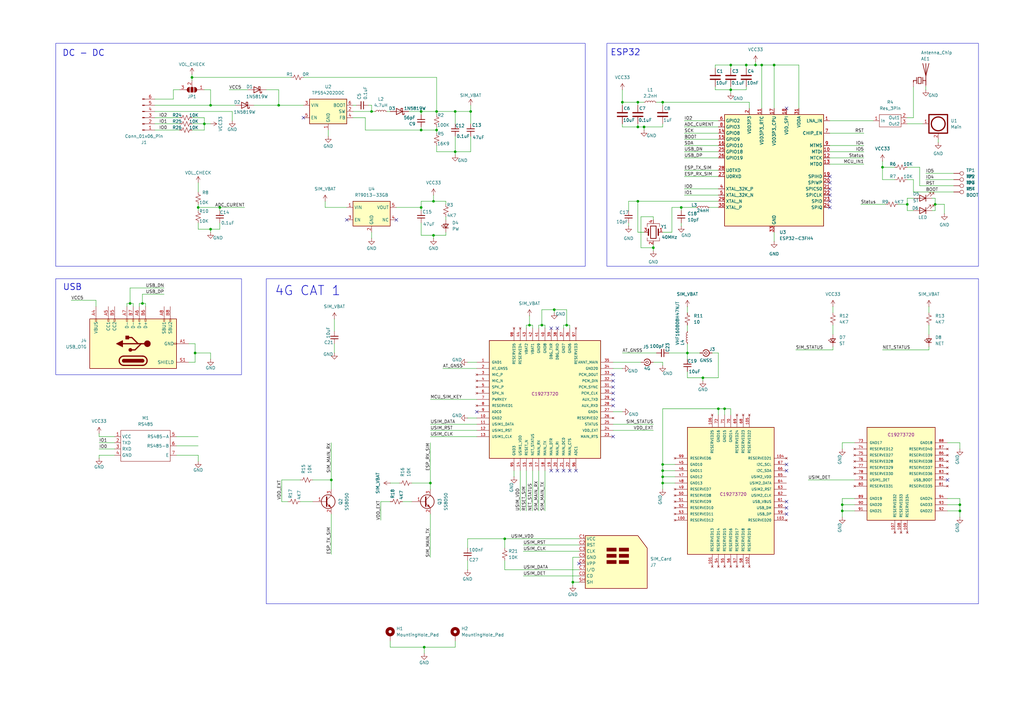
<source format=kicad_sch>
(kicad_sch (version 20250114) (generator "eeschema") (generator_version "9.0")
  (paper "A3")
  (rectangle (start 22.86 114.3) (end 99.06 153.67))
  (rectangle (start 248.92 17.78) (end 401.32 109.22))
  (rectangle (start 22.86 17.78) (end 240.03 109.22))
  (rectangle (start 109.22 114.3) (end 401.32 247.65))
  (text "ESP32" (at 256.54 21.59 0) (effects (font (size 2.54 2.54) (thickness 0.254) (bold yes))))
  (text "4G CAT 1" (at 126.238 119.38 0) (effects (font (size 3.81 3.81) (thickness 0.254) (bold yes))))
  (text "DC - DC" (at 34.29 21.844 0) (effects (font (size 2.54 2.54) (thickness 0.254) (bold yes))))
  (text "USB" (at 29.718 117.856 0) (effects (font (size 2.54 2.54) (thickness 0.254) (bold yes))))
  (junction (at 255.27 41.91))
  (junction (at 81.28 85.09))
  (junction (at 297.18 167.64))
  (junction (at 173.99 265.43))
  (junction (at 261.62 41.91))
  (junction (at 186.69 62.23))
  (junction (at 172.72 53.34))
  (junction (at 152.4 45.72))
  (junction (at 53.34 124.46))
  (junction (at 361.95 68.58))
  (junction (at 90.17 85.09))
  (junction (at 193.04 45.72))
  (junction (at 232.41 133.35))
  (junction (at 312.42 26.67))
  (junction (at 186.69 45.72))
  (junction (at 271.78 193.04))
  (junction (at 271.78 198.12))
  (junction (at 135.89 196.85))
  (junction (at 172.72 85.09))
  (junction (at 78.74 31.75))
  (junction (at 393.7 207.01))
  (junction (at 58.42 124.46))
  (junction (at 294.64 167.64))
  (junction (at 281.94 144.78))
  (junction (at 177.8 96.52))
  (junction (at 172.72 45.72))
  (junction (at 288.29 154.94))
  (junction (at 299.72 26.67))
  (junction (at 261.62 52.07))
  (junction (at 86.36 93.98))
  (junction (at 317.5 26.67))
  (junction (at 114.3 43.18))
  (junction (at 271.78 190.5))
  (junction (at 393.7 209.55))
  (junction (at 271.78 41.91))
  (junction (at 176.53 198.12))
  (junction (at 299.72 36.83))
  (junction (at 271.78 195.58))
  (junction (at 306.07 26.67))
  (junction (at 80.01 144.78))
  (junction (at 179.07 53.34))
  (junction (at 261.62 82.55))
  (junction (at 345.44 207.01))
  (junction (at 83.82 50.8))
  (junction (at 177.8 82.55))
  (junction (at 264.16 52.07))
  (junction (at 179.07 45.72))
  (junction (at 345.44 209.55))
  (junction (at 309.88 26.67))
  (junction (at 267.97 101.6))
  (junction (at 217.17 133.35))
  (junction (at 279.4 85.09))
  (junction (at 207.01 220.98))
  (junction (at 372.11 83.82))
  (junction (at 222.25 133.35))
  (junction (at 383.54 83.82))
  (junction (at 234.95 238.76))
  (junction (at 227.33 127))
  (junction (at 86.36 43.18))
  (no_connect (at 231.14 193.04))
  (no_connect (at 124.46 48.26))
  (no_connect (at 251.46 153.67))
  (no_connect (at 322.58 208.28))
  (no_connect (at 340.36 80.01))
  (no_connect (at 236.22 193.04))
  (no_connect (at 233.68 193.04))
  (no_connect (at 340.36 74.93))
  (no_connect (at 322.58 210.82))
  (no_connect (at 226.06 193.04))
  (no_connect (at 322.58 193.04))
  (no_connect (at 340.36 85.09))
  (no_connect (at 251.46 156.21))
  (no_connect (at 228.6 134.62))
  (no_connect (at 228.6 193.04))
  (no_connect (at 251.46 163.83))
  (no_connect (at 322.58 190.5))
  (no_connect (at 142.24 90.17))
  (no_connect (at 226.06 134.62))
  (no_connect (at 251.46 166.37))
  (no_connect (at 340.36 77.47))
  (no_connect (at 195.58 168.91))
  (no_connect (at 251.46 179.07))
  (no_connect (at 162.56 90.17))
  (no_connect (at 322.58 44.45))
  (no_connect (at 340.36 82.55))
  (no_connect (at 251.46 161.29))
  (no_connect (at 251.46 158.75))
  (no_connect (at 322.58 205.74))
  (no_connect (at 340.36 72.39))
  (no_connect (at 388.62 196.85))
  (no_connect (at 237.49 231.14))
  (wire (pts (xy 220.98 209.55) (xy 220.98 193.04)))
  (wire (pts (xy 361.95 68.58) (xy 367.03 68.58)))
  (wire (pts (xy 368.3 83.82) (xy 372.11 83.82)))
  (wire (pts (xy 152.4 95.25) (xy 152.4 97.79)))
  (wire (pts (xy 293.37 26.67) (xy 299.72 26.67)))
  (wire (pts (xy 214.63 223.52) (xy 237.49 223.52)))
  (wire (pts (xy 345.44 184.15) (xy 345.44 181.61)))
  (wire (pts (xy 144.78 43.18) (xy 146.05 43.18)))
  (wire (pts (xy 341.63 133.35) (xy 341.63 137.16)))
  (wire (pts (xy 281.94 154.94) (xy 288.29 154.94)))
  (wire (pts (xy 177.8 96.52) (xy 177.8 97.79)))
  (wire (pts (xy 80.01 148.59) (xy 77.47 148.59)))
  (wire (pts (xy 345.44 207.01) (xy 345.44 204.47)))
  (wire (pts (xy 271.78 193.04) (xy 271.78 190.5)))
  (wire (pts (xy 59.69 124.46) (xy 59.69 125.73)))
  (wire (pts (xy 80.01 144.78) (xy 80.01 148.59)))
  (wire (pts (xy 383.54 83.82) (xy 383.54 86.36)))
  (wire (pts (xy 222.25 127) (xy 222.25 133.35)))
  (wire (pts (xy 393.7 207.01) (xy 393.7 204.47)))
  (wire (pts (xy 210.82 193.04) (xy 210.82 195.58)))
  (wire (pts (xy 193.04 45.72) (xy 193.04 50.8)))
  (wire (pts (xy 172.72 53.34) (xy 179.07 53.34)))
  (wire (pts (xy 86.36 144.78) (xy 80.01 144.78)))
  (wire (pts (xy 71.12 36.83) (xy 71.12 40.64)))
  (wire (pts (xy 257.81 86.36) (xy 257.81 82.55)))
  (wire (pts (xy 299.72 36.83) (xy 306.07 36.83)))
  (wire (pts (xy 306.07 26.67) (xy 306.07 27.94)))
  (wire (pts (xy 294.64 167.64) (xy 294.64 170.18)))
  (wire (pts (xy 381 142.24) (xy 381 143.51)))
  (wire (pts (xy 251.46 173.99) (xy 267.97 173.99)))
  (wire (pts (xy 182.88 95.25) (xy 182.88 96.52)))
  (wire (pts (xy 280.67 77.47) (xy 294.64 77.47)))
  (wire (pts (xy 374.65 86.36) (xy 372.11 86.36)))
  (wire (pts (xy 379.73 73.66) (xy 391.16 73.66)))
  (wire (pts (xy 279.4 91.44) (xy 279.4 92.71)))
  (wire (pts (xy 267.97 102.87) (xy 267.97 101.6)))
  (wire (pts (xy 160.02 205.74) (xy 156.21 205.74)))
  (wire (pts (xy 177.8 96.52) (xy 182.88 96.52)))
  (wire (pts (xy 279.4 85.09) (xy 279.4 86.36)))
  (wire (pts (xy 118.11 205.74) (xy 115.57 205.74)))
  (wire (pts (xy 144.78 48.26) (xy 149.86 48.26)))
  (wire (pts (xy 160.02 198.12) (xy 163.83 198.12)))
  (wire (pts (xy 149.86 53.34) (xy 172.72 53.34)))
  (wire (pts (xy 255.27 50.8) (xy 255.27 52.07)))
  (wire (pts (xy 312.42 44.45) (xy 312.42 26.67)))
  (wire (pts (xy 135.89 196.85) (xy 135.89 181.61)))
  (wire (pts (xy 93.98 36.83) (xy 101.6 36.83)))
  (wire (pts (xy 172.72 96.52) (xy 177.8 96.52)))
  (wire (pts (xy 374.65 48.26) (xy 372.11 48.26)))
  (wire (pts (xy 78.74 31.75) (xy 78.74 30.48)))
  (wire (pts (xy 261.62 82.55) (xy 294.64 82.55)))
  (wire (pts (xy 222.25 133.35) (xy 223.52 133.35)))
  (wire (pts (xy 267.97 88.9) (xy 262.89 88.9)))
  (wire (pts (xy 232.41 133.35) (xy 233.68 133.35)))
  (wire (pts (xy 377.19 76.2) (xy 391.16 76.2)))
  (wire (pts (xy 327.66 26.67) (xy 317.5 26.67)))
  (wire (pts (xy 179.07 31.75) (xy 179.07 45.72)))
  (wire (pts (xy 372.11 73.66) (xy 374.65 73.66)))
  (wire (pts (xy 271.78 190.5) (xy 276.86 190.5)))
  (wire (pts (xy 261.62 41.91) (xy 264.16 41.91)))
  (wire (pts (xy 227.33 127) (xy 232.41 127)))
  (wire (pts (xy 275.59 85.09) (xy 279.4 85.09)))
  (wire (pts (xy 340.36 59.69) (xy 354.33 59.69)))
  (wire (pts (xy 172.72 45.72) (xy 167.64 45.72)))
  (wire (pts (xy 372.11 86.36) (xy 372.11 83.82)))
  (wire (pts (xy 179.07 45.72) (xy 186.69 45.72)))
  (wire (pts (xy 181.61 151.13) (xy 195.58 151.13)))
  (wire (pts (xy 195.58 173.99) (xy 176.53 173.99)))
  (wire (pts (xy 177.8 82.55) (xy 177.8 80.01)))
  (wire (pts (xy 288.29 154.94) (xy 294.64 154.94)))
  (wire (pts (xy 193.04 43.18) (xy 193.04 45.72)))
  (wire (pts (xy 341.63 142.24) (xy 341.63 143.51)))
  (wire (pts (xy 255.27 36.83) (xy 255.27 41.91)))
  (wire (pts (xy 114.3 43.18) (xy 124.46 43.18)))
  (wire (pts (xy 207.01 220.98) (xy 237.49 220.98)))
  (wire (pts (xy 57.15 124.46) (xy 58.42 124.46)))
  (wire (pts (xy 393.7 181.61) (xy 388.62 181.61)))
  (wire (pts (xy 29.21 123.19) (xy 39.37 123.19)))
  (wire (pts (xy 172.72 85.09) (xy 162.56 85.09)))
  (wire (pts (xy 361.95 73.66) (xy 367.03 73.66)))
  (wire (pts (xy 280.67 52.07) (xy 294.64 52.07)))
  (wire (pts (xy 176.53 163.83) (xy 195.58 163.83)))
  (wire (pts (xy 90.17 86.36) (xy 90.17 85.09)))
  (wire (pts (xy 133.35 85.09) (xy 142.24 85.09)))
  (wire (pts (xy 165.1 205.74) (xy 168.91 205.74)))
  (wire (pts (xy 63.5 45.72) (xy 95.25 45.72)))
  (wire (pts (xy 271.78 198.12) (xy 271.78 195.58)))
  (wire (pts (xy 280.67 59.69) (xy 294.64 59.69)))
  (wire (pts (xy 218.44 133.35) (xy 218.44 134.62)))
  (wire (pts (xy 90.17 93.98) (xy 90.17 91.44)))
  (wire (pts (xy 223.52 209.55) (xy 223.52 193.04)))
  (wire (pts (xy 261.62 41.91) (xy 261.62 43.18)))
  (wire (pts (xy 280.67 49.53) (xy 294.64 49.53)))
  (wire (pts (xy 215.9 133.35) (xy 217.17 133.35)))
  (wire (pts (xy 86.36 36.83) (xy 86.36 43.18)))
  (wire (pts (xy 78.74 53.34) (xy 83.82 53.34)))
  (wire (pts (xy 176.53 200.66) (xy 176.53 198.12)))
  (wire (pts (xy 387.35 83.82) (xy 383.54 83.82)))
  (wire (pts (xy 152.4 45.72) (xy 153.67 45.72)))
  (wire (pts (xy 262.89 148.59) (xy 251.46 148.59)))
  (wire (pts (xy 287.02 144.78) (xy 281.94 144.78)))
  (wire (pts (xy 173.99 265.43) (xy 173.99 267.97)))
  (wire (pts (xy 293.37 35.56) (xy 293.37 36.83)))
  (wire (pts (xy 361.95 66.04) (xy 361.95 68.58)))
  (wire (pts (xy 173.99 265.43) (xy 186.69 265.43)))
  (wire (pts (xy 172.72 52.07) (xy 172.72 53.34)))
  (wire (pts (xy 86.36 43.18) (xy 96.52 43.18)))
  (wire (pts (xy 63.5 53.34) (xy 73.66 53.34)))
  (wire (pts (xy 168.91 198.12) (xy 176.53 198.12)))
  (wire (pts (xy 271.78 41.91) (xy 307.34 41.91)))
  (wire (pts (xy 267.97 148.59) (xy 271.78 148.59)))
  (wire (pts (xy 353.06 83.82) (xy 363.22 83.82)))
  (wire (pts (xy 384.81 57.15) (xy 384.81 58.42)))
  (wire (pts (xy 172.72 45.72) (xy 172.72 46.99)))
  (wire (pts (xy 393.7 209.55) (xy 393.7 207.01)))
  (wire (pts (xy 72.39 182.88) (xy 81.28 182.88)))
  (wire (pts (xy 267.97 90.17) (xy 267.97 88.9)))
  (wire (pts (xy 81.28 91.44) (xy 81.28 93.98)))
  (wire (pts (xy 264.16 95.25) (xy 261.62 95.25)))
  (wire (pts (xy 345.44 209.55) (xy 345.44 207.01)))
  (wire (pts (xy 271.78 41.91) (xy 269.24 41.91)))
  (wire (pts (xy 40.64 187.96) (xy 40.64 186.69)))
  (wire (pts (xy 374.65 35.56) (xy 374.65 48.26)))
  (wire (pts (xy 86.36 147.32) (xy 86.36 144.78)))
  (wire (pts (xy 151.13 43.18) (xy 152.4 43.18)))
  (wire (pts (xy 262.89 101.6) (xy 267.97 101.6)))
  (wire (pts (xy 193.04 62.23) (xy 186.69 62.23)))
  (wire (pts (xy 275.59 95.25) (xy 275.59 85.09)))
  (wire (pts (xy 261.62 50.8) (xy 261.62 52.07)))
  (wire (pts (xy 144.78 45.72) (xy 152.4 45.72)))
  (wire (pts (xy 383.54 81.28) (xy 382.27 81.28)))
  (wire (pts (xy 177.8 82.55) (xy 182.88 82.55)))
  (wire (pts (xy 271.78 195.58) (xy 271.78 193.04)))
  (wire (pts (xy 341.63 125.73) (xy 341.63 128.27)))
  (wire (pts (xy 350.52 196.85) (xy 331.47 196.85)))
  (wire (pts (xy 299.72 170.18) (xy 299.72 167.64)))
  (wire (pts (xy 372.11 81.28) (xy 374.65 81.28)))
  (wire (pts (xy 213.36 193.04) (xy 213.36 209.55)))
  (wire (pts (xy 255.27 41.91) (xy 255.27 43.18)))
  (wire (pts (xy 309.88 26.67) (xy 312.42 26.67)))
  (wire (pts (xy 81.28 85.09) (xy 90.17 85.09)))
  (wire (pts (xy 78.74 31.75) (xy 119.38 31.75)))
  (wire (pts (xy 288.29 156.21) (xy 288.29 154.94)))
  (wire (pts (xy 179.07 45.72) (xy 179.07 46.99)))
  (wire (pts (xy 345.44 207.01) (xy 350.52 207.01)))
  (wire (pts (xy 271.78 167.64) (xy 271.78 190.5)))
  (wire (pts (xy 255.27 52.07) (xy 261.62 52.07)))
  (wire (pts (xy 280.67 54.61) (xy 294.64 54.61)))
  (wire (pts (xy 109.22 36.83) (xy 114.3 36.83)))
  (wire (pts (xy 383.54 81.28) (xy 383.54 83.82)))
  (wire (pts (xy 186.69 45.72) (xy 186.69 50.8)))
  (wire (pts (xy 81.28 74.93) (xy 81.28 78.74)))
  (wire (pts (xy 340.36 54.61) (xy 354.33 54.61)))
  (wire (pts (xy 176.53 198.12) (xy 176.53 181.61)))
  (wire (pts (xy 340.36 64.77) (xy 354.33 64.77)))
  (wire (pts (xy 345.44 181.61) (xy 350.52 181.61)))
  (wire (pts (xy 262.89 88.9) (xy 262.89 101.6)))
  (wire (pts (xy 271.78 95.25) (xy 275.59 95.25)))
  (wire (pts (xy 137.16 140.97) (xy 137.16 144.78)))
  (wire (pts (xy 234.95 228.6) (xy 234.95 238.76)))
  (wire (pts (xy 297.18 167.64) (xy 294.64 167.64)))
  (wire (pts (xy 172.72 91.44) (xy 172.72 96.52)))
  (wire (pts (xy 377.19 68.58) (xy 377.19 76.2)))
  (wire (pts (xy 345.44 204.47) (xy 350.52 204.47)))
  (wire (pts (xy 135.89 227.33) (xy 135.89 210.82)))
  (wire (pts (xy 72.39 186.69) (xy 81.28 186.69)))
  (wire (pts (xy 160.02 262.89) (xy 160.02 265.43)))
  (wire (pts (xy 73.66 36.83) (xy 71.12 36.83)))
  (wire (pts (xy 279.4 85.09) (xy 285.75 85.09)))
  (wire (pts (xy 374.65 78.74) (xy 391.16 78.74)))
  (wire (pts (xy 293.37 36.83) (xy 299.72 36.83)))
  (wire (pts (xy 234.95 240.03) (xy 234.95 238.76)))
  (wire (pts (xy 191.77 224.79) (xy 191.77 220.98)))
  (wire (pts (xy 214.63 236.22) (xy 237.49 236.22)))
  (wire (pts (xy 264.16 52.07) (xy 271.78 52.07)))
  (wire (pts (xy 271.78 193.04) (xy 276.86 193.04)))
  (wire (pts (xy 227.33 127) (xy 222.25 127)))
  (wire (pts (xy 294.64 144.78) (xy 292.1 144.78)))
  (wire (pts (xy 237.49 228.6) (xy 234.95 228.6)))
  (wire (pts (xy 191.77 229.87) (xy 191.77 233.68)))
  (wire (pts (xy 124.46 31.75) (xy 179.07 31.75)))
  (wire (pts (xy 271.78 149.86) (xy 271.78 148.59)))
  (wire (pts (xy 40.64 184.15) (xy 46.99 184.15)))
  (wire (pts (xy 95.25 45.72) (xy 95.25 49.53)))
  (wire (pts (xy 86.36 93.98) (xy 90.17 93.98)))
  (wire (pts (xy 78.74 48.26) (xy 83.82 48.26)))
  (wire (pts (xy 223.52 133.35) (xy 223.52 134.62)))
  (wire (pts (xy 179.07 52.07) (xy 179.07 53.34)))
  (wire (pts (xy 393.7 212.09) (xy 393.7 209.55)))
  (wire (pts (xy 207.01 224.79) (xy 207.01 220.98)))
  (wire (pts (xy 281.94 144.78) (xy 281.94 147.32)))
  (wire (pts (xy 379.73 71.12) (xy 391.16 71.12)))
  (wire (pts (xy 83.82 36.83) (xy 86.36 36.83)))
  (wire (pts (xy 306.07 26.67) (xy 309.88 26.67)))
  (wire (pts (xy 218.44 193.04) (xy 218.44 209.55)))
  (wire (pts (xy 327.66 44.45) (xy 327.66 26.67)))
  (wire (pts (xy 172.72 82.55) (xy 172.72 85.09)))
  (wire (pts (xy 63.5 40.64) (xy 71.12 40.64)))
  (wire (pts (xy 299.72 26.67) (xy 306.07 26.67)))
  (wire (pts (xy 251.46 151.13) (xy 255.27 151.13)))
  (wire (pts (xy 361.95 143.51) (xy 381 143.51)))
  (wire (pts (xy 81.28 83.82) (xy 81.28 85.09)))
  (wire (pts (xy 381 125.73) (xy 381 128.27)))
  (wire (pts (xy 280.67 72.39) (xy 294.64 72.39)))
  (wire (pts (xy 280.67 80.01) (xy 294.64 80.01)))
  (wire (pts (xy 160.02 265.43) (xy 173.99 265.43)))
  (wire (pts (xy 158.75 45.72) (xy 160.02 45.72)))
  (wire (pts (xy 297.18 167.64) (xy 297.18 170.18)))
  (wire (pts (xy 186.69 62.23) (xy 179.07 62.23)))
  (wire (pts (xy 115.57 196.85) (xy 115.57 205.74)))
  (wire (pts (xy 220.98 133.35) (xy 222.25 133.35)))
  (wire (pts (xy 172.72 45.72) (xy 179.07 45.72)))
  (wire (pts (xy 58.42 124.46) (xy 59.69 124.46)))
  (wire (pts (xy 90.17 85.09) (xy 100.33 85.09)))
  (wire (pts (xy 137.16 130.81) (xy 137.16 135.89)))
  (wire (pts (xy 257.81 91.44) (xy 257.81 92.71)))
  (wire (pts (xy 179.07 59.69) (xy 179.07 62.23)))
  (wire (pts (xy 294.64 154.94) (xy 294.64 144.78)))
  (wire (pts (xy 191.77 148.59) (xy 195.58 148.59)))
  (wire (pts (xy 53.34 124.46) (xy 52.07 124.46)))
  (wire (pts (xy 123.19 205.74) (xy 128.27 205.74)))
  (wire (pts (xy 281.94 133.35) (xy 281.94 135.89)))
  (wire (pts (xy 195.58 179.07) (xy 176.53 179.07)))
  (wire (pts (xy 83.82 50.8) (xy 83.82 53.34)))
  (wire (pts (xy 261.62 95.25) (xy 261.62 82.55)))
  (wire (pts (xy 195.58 176.53) (xy 176.53 176.53)))
  (wire (pts (xy 280.67 62.23) (xy 294.64 62.23)))
  (wire (pts (xy 135.89 200.66) (xy 135.89 196.85)))
  (wire (pts (xy 186.69 265.43) (xy 186.69 262.89)))
  (wire (pts (xy 381 133.35) (xy 381 137.16)))
  (wire (pts (xy 312.42 26.67) (xy 317.5 26.67)))
  (wire (pts (xy 191.77 220.98) (xy 207.01 220.98)))
  (wire (pts (xy 134.62 53.34) (xy 134.62 55.88)))
  (wire (pts (xy 156.21 205.74) (xy 156.21 213.36)))
  (wire (pts (xy 80.01 140.97) (xy 80.01 144.78)))
  (wire (pts (xy 326.39 143.51) (xy 341.63 143.51)))
  (wire (pts (xy 271.78 198.12) (xy 276.86 198.12)))
  (wire (pts (xy 294.64 167.64) (xy 271.78 167.64)))
  (wire (pts (xy 39.37 123.19) (xy 39.37 125.73)))
  (wire (pts (xy 217.17 133.35) (xy 218.44 133.35)))
  (wire (pts (xy 388.62 209.55) (xy 393.7 209.55)))
  (wire (pts (xy 182.88 88.9) (xy 182.88 90.17)))
  (wire (pts (xy 231.14 133.35) (xy 232.41 133.35)))
  (wire (pts (xy 388.62 207.01) (xy 393.7 207.01)))
  (wire (pts (xy 271.78 200.66) (xy 271.78 198.12)))
  (wire (pts (xy 77.47 140.97) (xy 80.01 140.97)))
  (wire (pts (xy 83.82 48.26) (xy 83.82 50.8)))
  (wire (pts (xy 172.72 86.36) (xy 172.72 85.09)))
  (wire (pts (xy 114.3 36.83) (xy 114.3 43.18)))
  (wire (pts (xy 104.14 43.18) (xy 114.3 43.18)))
  (wire (pts (xy 193.04 55.88) (xy 193.04 62.23)))
  (wire (pts (xy 207.01 233.68) (xy 237.49 233.68)))
  (wire (pts (xy 372.11 68.58) (xy 377.19 68.58)))
  (wire (pts (xy 193.04 45.72) (xy 186.69 45.72)))
  (wire (pts (xy 293.37 26.67) (xy 293.37 27.94)))
  (wire (pts (xy 393.7 184.15) (xy 393.7 181.61)))
  (wire (pts (xy 281.94 140.97) (xy 281.94 144.78)))
  (wire (pts (xy 271.78 43.18) (xy 271.78 41.91)))
  (wire (pts (xy 58.42 120.65) (xy 58.42 124.46)))
  (wire (pts (xy 81.28 93.98) (xy 86.36 93.98)))
  (wire (pts (xy 382.27 86.36) (xy 383.54 86.36)))
  (wire (pts (xy 67.31 120.65) (xy 58.42 120.65)))
  (wire (pts (xy 340.36 49.53) (xy 358.14 49.53)))
  (wire (pts (xy 261.62 52.07) (xy 264.16 52.07)))
  (wire (pts (xy 232.41 133.35) (xy 232.41 127)))
  (wire (pts (xy 317.5 44.45) (xy 317.5 26.67)))
  (wire (pts (xy 309.88 25.4) (xy 309.88 26.67)))
  (wire (pts (xy 182.88 83.82) (xy 182.88 82.55)))
  (wire (pts (xy 176.53 228.6) (xy 176.53 210.82)))
  (wire (pts (xy 345.44 209.55) (xy 350.52 209.55)))
  (wire (pts (xy 290.83 85.09) (xy 294.64 85.09)))
  (wire (pts (xy 152.4 43.18) (xy 152.4 45.72)))
  (wire (pts (xy 340.36 62.23) (xy 354.33 62.23)))
  (wire (pts (xy 215.9 209.55) (xy 215.9 193.04)))
  (wire (pts (xy 299.72 35.56) (xy 299.72 36.83)))
  (wire (pts (xy 372.11 83.82) (xy 372.11 81.28)))
  (wire (pts (xy 133.35 82.55) (xy 133.35 85.09)))
  (wire (pts (xy 220.98 134.62) (xy 220.98 133.35)))
  (wire (pts (xy 179.07 53.34) (xy 179.07 54.61)))
  (wire (pts (xy 63.5 43.18) (xy 86.36 43.18)))
  (wire (pts (xy 63.5 50.8) (xy 73.66 50.8)))
  (wire (pts (xy 255.27 144.78) (xy 269.24 144.78)))
  (wire (pts (xy 281.94 125.73) (xy 281.94 128.27)))
  (wire (pts (xy 231.14 134.62) (xy 231.14 133.35)))
  (wire (pts (xy 54.61 125.73) (xy 54.61 124.46)))
  (wire (pts (xy 78.74 50.8) (xy 83.82 50.8)))
  (wire (pts (xy 307.34 44.45) (xy 307.34 41.91)))
  (wire (pts (xy 255.27 41.91) (xy 261.62 41.91)))
  (wire (pts (xy 281.94 152.4) (xy 281.94 154.94)))
  (wire (pts (xy 63.5 48.26) (xy 73.66 48.26)))
  (wire (pts (xy 40.64 181.61) (xy 46.99 181.61)))
  (wire (pts (xy 361.95 68.58) (xy 361.95 73.66)))
  (wire (pts (xy 57.15 125.73) (xy 57.15 124.46)))
  (wire (pts (xy 234.95 238.76) (xy 237.49 238.76)))
  (wire (pts (xy 340.36 67.31) (xy 354.33 67.31)))
  (wire (pts (xy 271.78 195.58) (xy 276.86 195.58)))
  (wire (pts (xy 251.46 168.91) (xy 255.27 168.91)))
  (wire (pts (xy 172.72 82.55) (xy 177.8 82.55)))
  (wire (pts (xy 299.72 167.64) (xy 297.18 167.64)))
  (wire (pts (xy 128.27 196.85) (xy 135.89 196.85)))
  (wire (pts (xy 345.44 212.09) (xy 345.44 209.55)))
  (wire (pts (xy 191.77 171.45) (xy 195.58 171.45)))
  (wire (pts (xy 52.07 124.46) (xy 52.07 125.73)))
  (wire (pts (xy 280.67 69.85) (xy 294.64 69.85)))
  (wire (pts (xy 53.34 118.11) (xy 53.34 124.46)))
  (wire (pts (xy 264.16 52.07) (xy 264.16 53.34)))
  (wire (pts (xy 227.33 128.27) (xy 227.33 127)))
  (wire (pts (xy 186.69 55.88) (xy 186.69 62.23)))
  (wire (pts (xy 251.46 176.53) (xy 267.97 176.53)))
  (wire (pts (xy 149.86 48.26) (xy 149.86 53.34)))
  (wire (pts (xy 207.01 233.68) (xy 207.01 229.87)))
  (wire (pts (xy 83.82 50.8) (xy 86.36 50.8)))
  (wire (pts (xy 40.64 186.69) (xy 46.99 186.69)))
  (wire (pts (xy 72.39 179.07) (xy 81.28 179.07)))
  (wire (pts (xy 214.63 226.06) (xy 237.49 226.06)))
  (wire (pts (xy 299.72 36.83) (xy 299.72 38.1)))
  (wire (pts (xy 393.7 204.47) (xy 388.62 204.47)))
  (wire (pts (xy 217.17 129.54) (xy 217.17 133.35)))
  (wire (pts (xy 67.31 118.11) (xy 53.34 118.11)))
  (wire (pts (xy 46.99 179.07) (xy 40.64 179.07)))
  (wire (pts (xy 271.78 50.8) (xy 271.78 52.07)))
  (wire (pts (xy 78.74 33.02) (xy 78.74 31.75)))
  (wire (pts (xy 257.81 82.55) (xy 261.62 82.55)))
  (wire (pts (xy 233.68 133.35) (xy 233.68 134.62)))
  (wire (pts (xy 372.11 50.8) (xy 378.46 50.8)))
  (wire (pts (xy 306.07 35.56) (xy 306.07 36.83)))
  (wire (pts (xy 387.35 83.82) (xy 387.35 87.63)))
  (wire (pts (xy 281.94 144.78) (xy 274.32 144.78)))
  (wire (pts (xy 374.65 73.66) (xy 374.65 78.74)))
  (wire (pts (xy 54.61 124.46) (xy 53.34 124.46)))
  (wire (pts (xy 379.73 35.56) (xy 379.73 36.83)))
  (wire (pts (xy 123.19 196.85) (xy 115.57 196.85)))
  (wire (pts (xy 299.72 27.94) (xy 299.72 26.67)))
  (wire (pts (xy 280.67 64.77) (xy 294.64 64.77)))
  (wire (pts (xy 81.28 85.09) (xy 81.28 86.36)))
  (wire (pts (xy 86.36 93.98) (xy 86.36 95.25)))
  (wire (pts (xy 40.64 179.07) (xy 40.64 177.8)))
  (wire (pts (xy 280.67 57.15) (xy 294.64 57.15)))
  (wire (pts (xy 267.97 100.33) (xy 267.97 101.6)))
  (wire (pts (xy 186.69 62.23) (xy 186.69 63.5)))
  (wire (pts (xy 215.9 134.62) (xy 215.9 133.35)))
  (wire (pts (xy 317.5 95.25) (xy 317.5 99.06)))
  (wire (pts (xy 81.28 186.69) (xy 81.28 189.23)))
  (label "USB_DP" (at 67.31 120.65 180))
  (label "ESP_RX_SIM" (at 176.53 181.61 270))
  (label "SIM_MAIN_TX" (at 176.53 228.6 90))
  (label "USB_DN" (at 280.67 62.23 0))
  (label "VDD_EXT" (at 115.57 196.85 270))
  (label "NET_STATUS" (at 218.44 209.55 90))
  (label "MCU_SIM_KEY" (at 176.53 163.83 0))
  (label "BOOT" (at 280.67 57.15 0))
  (label "AT_GNSS" (at 181.61 151.13 0))
  (label "MCU_IN1" (at 354.33 67.31 180))
  (label "IO0" (at 40.64 184.15 0))
  (label "IO2" (at 68.58 48.26 180))
  (label "NET_STATUS" (at 361.95 143.51 0))
  (label "USB_DP" (at 280.67 64.77 0))
  (label "IO1" (at 40.64 181.61 0))
  (label "IO0" (at 68.58 53.34 180))
  (label "IO2" (at 280.67 49.53 0))
  (label "IO5" (at 379.73 71.12 0))
  (label "SIM_MAIN_RX" (at 220.98 209.55 90))
  (label "SDA" (at 280.67 59.69 0))
  (label "VDD_EXT" (at 267.97 176.53 180))
  (label "VDD_EXT" (at 156.21 213.36 90))
  (label "ADC_CURENT" (at 280.67 52.07 0))
  (label "ESP_TX_SIM" (at 280.67 69.85 0))
  (label "SCK" (at 280.67 54.61 0))
  (label "IO1" (at 68.6027 50.8 180))
  (label "VCC5" (at 93.98 36.83 0))
  (label "USIM_DATA" (at 176.53 173.99 0))
  (label "ESP_TX_SIM" (at 135.89 227.33 90))
  (label "IO0" (at 280.67 77.47 0))
  (label "USIM_RST" (at 176.53 176.53 0))
  (label "RST" (at 354.33 54.61 180))
  (label "ESP_RX_SIM" (at 280.67 72.39 0))
  (label "Status" (at 354.33 64.77 180))
  (label "SIM_STATUS" (at 267.97 173.99 180))
  (label "IO5" (at 354.33 62.23 180))
  (label "USIM_CLK" (at 214.63 226.06 0))
  (label "VCC5" (at 29.21 123.19 0))
  (label "USIM_CLK" (at 176.53 179.07 0))
  (label "ADC_CURENT" (at 100.33 85.09 180))
  (label "SIM_STATUS" (at 326.39 143.51 0))
  (label "SIM_MAIN_TX" (at 223.52 209.55 90))
  (label "AT_GNSS" (at 255.27 144.78 0))
  (label "RESET_SIM" (at 215.9 209.55 90))
  (label "IO4" (at 354.33 59.69 180))
  (label "IO1" (at 280.67 80.01 0))
  (label "USIM_VDD" (at 209.55 220.98 0))
  (label "USIM_DET" (at 331.47 196.85 0))
  (label "BOOT" (at 379.73 78.74 0))
  (label "SIM_MAIN_RX" (at 135.89 181.61 270))
  (label "RST" (at 379.73 76.2 0))
  (label "Status" (at 353.06 83.82 0))
  (label "IO4" (at 379.73 73.66 0))
  (label "USIM_VDD" (at 213.36 209.55 90))
  (label "USIM_DET" (at 214.63 236.22 0))
  (label "USB_DN" (at 67.31 118.11 180))
  (label "USIM_RST" (at 214.63 223.52 0))
  (label "USIM_DATA" (at 214.63 233.68 0))
  (symbol (lib_id "Device:R_Small_US") (at 76.2 48.26 270) (unit 1)
    (property "Reference" "R24" (at 72.644 47.244 90))
    (property "Value" "10K" (at 79.502 47.244 90))
    (property "Footprint" "Resistor_SMD:R_0603_1608Metric" (effects (hide yes)))
    (property "Datasheet" "https://www.yageo.com/upload/media/product/products/datasheet/rchip/PYu-AF_51_RoHS_L_11.pdf" (effects (hide yes)))
    (property "Description" "Resistor, small US symbol" (effects (hide yes)))
    (property "Mfr. Part #" "AF0603FR-0710KL " (effects (hide yes)))
    (property "LCSC Part # " "C144081 " (effects (hide yes)))
  )
  (symbol (lib_id "power:GND") (at 81.28 189.23 0) (unit 1)
    (property "Reference" "#PWR039" (effects (hide yes)))
    (property "Value" "GND" (at 81.28 192.786 0))
    (property "Description" "Power symbol creates a global label with name \"GND\" , ground" (effects (hide yes)))
  )
  (symbol (lib_id "Connector:TestPoint") (at 391.16 78.74 270) (unit 1)
    (property "Reference" "TP4" (at 396.24 77.4699 90) (effects (justify left)))
    (property "Value" "BOOT" (at 396.24 80.0099 90) (effects (justify left)))
    (property "Footprint" "TestPoint:TestPoint_Pad_D1.0mm" (effects (hide yes)))
    (property "Description" "test point" (effects (hide yes)))
  )
  (symbol (lib_id "Device:C_Small") (at 279.4 88.9 180) (unit 1)
    (property "Reference" "C18" (at 281.94 87.6235 0) (effects (justify right)))
    (property "Value" "10pF" (at 281.94 90.1635 0) (effects (justify right)))
    (property "Footprint" "Capacitor_SMD:C_0603_1608Metric" (effects (hide yes)))
    (property "Datasheet" "https://www.yageo.com/upload/media/product/products/datasheet/mlcc/UPY-GP_NP0_16V-to-250V_19.pdf" (effects (hide yes)))
    (property "Description" "Unpolarized capacitor, small symbol" (effects (hide yes)))
    (property "LCSC" "C106245" (effects (hide yes)))
  )
  (symbol (lib_id "Device:R_Small_US") (at 81.28 81.28 0) (unit 1)
    (property "Reference" "R8" (at 85.598 78.994 0) (effects (justify right)))
    (property "Value" "10K" (at 85.598 83.058 0) (effects (justify right)))
    (property "Footprint" "Resistor_SMD:R_0603_1608Metric" (effects (hide yes)))
    (property "Datasheet" "https://www.yageo.com/upload/media/product/products/datasheet/rchip/PYu-AF_51_RoHS_L_11.pdf" (effects (hide yes)))
    (property "Description" "Resistor, small US symbol" (effects (hide yes)))
    (property "Mfr. Part #" "AF0603FR-0710KL " (effects (hide yes)))
    (property "LCSC Part # " "C144081 " (effects (hide yes)))
  )
  (symbol (lib_id "UserLibrary:Res_3Pin") (at 358.14 49.53 0) (unit 1)
    (property "Reference" "R4" (at 365.125 41.91 0))
    (property "Value" "Res_3Pin" (at 365.125 44.45 0))
    (property "Footprint" "UserLibrary:Res3Pin 0402" (effects (hide yes)))
  )
  (symbol (lib_id "Jumper:SolderJumper_3_Open") (at 78.74 36.83 180) (unit 1) (in_bom no)
    (property "Reference" "JP1" (at 78.74 39.624 0))
    (property "Value" "SolderJumper_3_Open" (effects (hide yes)))
    (property "Footprint" "Jumper:SolderJumper-3_P1.3mm_Open_Pad1.0x1.5mm" (effects (hide yes)))
    (property "Description" "Solder Jumper, 3-pole, open" (effects (hide yes)))
  )
  (symbol (lib_id "power:GND") (at 40.64 187.96 0) (unit 1)
    (property "Reference" "#PWR038" (effects (hide yes)))
    (property "Value" "GND" (at 40.64 191.516 0))
    (property "Description" "Power symbol creates a global label with name \"GND\" , ground" (effects (hide yes)))
  )
  (symbol (lib_id "power:GND") (at 345.44 184.15 0) (mirror y) (unit 1)
    (property "Reference" "#PWR041" (effects (hide yes)))
    (property "Value" "GND" (at 344.424 186.436 90) (effects (justify right)))
    (property "Description" "Power symbol creates a global label with name \"GND\" , ground" (effects (hide yes)))
  )
  (symbol (lib_id "UserLibrary:Antenna_IPEX") (at 381 46.99 270) (unit 1)
    (property "Reference" "U1" (at 389.89 49.5299 90) (effects (justify left)))
    (property "Value" "Main" (at 389.89 52.0699 90) (effects (justify left)))
    (property "Footprint" "Connector_Coaxial:U.FL_Hirose_U.FL-R-SMT-1_Vertical" (effects (hide yes)))
    (property "LCSC" "C5137195" (effects (hide yes)))
  )
  (symbol (lib_id "Device:C") (at 261.62 46.99 0) (unit 1)
    (property "Reference" "C7" (at 262.128 44.45 0) (effects (justify left)))
    (property "Value" "0.1uF" (at 261.874 49.276 0) (effects (justify left)))
    (property "Footprint" "Capacitor_SMD:C_0603_1608Metric" (effects (hide yes)))
    (property "Datasheet" "https://www.yageo.com/upload/media/product/products/datasheet/mlcc/UPY-GP_NP0_16V-to-250V_19.pdf" (effects (hide yes)))
    (property "Description" "Unpolarized capacitor" (effects (hide yes)))
    (property "LCSC" "C1591" (effects (hide yes)))
  )
  (symbol (lib_id "Device:Antenna_Chip") (at 377.19 33.02 0) (unit 1)
    (property "Reference" "AE1" (at 377.698 24.13 0) (effects (justify left)))
    (property "Value" "Antenna_Chip" (at 377.698 21.59 0) (effects (justify left)))
    (property "Footprint" "UserLibrary:Anten AN9520 Rainsun 2.4G" (effects (hide yes)))
    (property "Description" "Ceramic chip antenna with pin for PCB trace" (effects (hide yes)))
  )
  (symbol (lib_id "power:VCC") (at 133.35 82.55 0) (unit 1)
    (property "Reference" "#PWR014" (effects (hide yes)))
    (property "Value" "SIM_VBAT" (at 133.35 77.47 0))
    (property "Description" "Power symbol creates a global label with name \"VCC\"" (effects (hide yes)))
  )
  (symbol (lib_id "Device:R_Small_US") (at 381 130.81 180) (unit 1)
    (property "Reference" "R13" (at 383.54 129.5399 0) (effects (justify right)))
    (property "Value" "4K7" (at 383.54 132.0799 0) (effects (justify right)))
    (property "Footprint" "Resistor_SMD:R_0603_1608Metric" (effects (hide yes)))
    (property "Datasheet" "https://www.yageo.com/upload/media/product/products/datasheet/rchip/PYu-RC_51_RoHS_P_5.pdf" (effects (hide yes)))
    (property "Description" "Resistor, small US symbol" (effects (hide yes)))
    (property "Mfr. Part #" "RC0603FR-072K2L " (effects (hide yes)))
    (property "LCSC Part # " "C114662 " (effects (hide yes)))
  )
  (symbol (lib_id "power:VCC") (at 78.74 30.48 0) (unit 1)
    (property "Reference" "#PWR02" (effects (hide yes)))
    (property "Value" "VOL_CHECK" (at 78.74 26.416 0))
    (property "Description" "Power symbol creates a global label with name \"VCC\"" (effects (hide yes)))
  )
  (symbol (lib_id "power:VCC") (at 255.27 36.83 0) (unit 1)
    (property "Reference" "#PWR03" (effects (hide yes)))
    (property "Value" "VCC33" (at 255.27 31.75 0))
    (property "Description" "Power symbol creates a global label with name \"VCC\"" (effects (hide yes)))
  )
  (symbol (lib_id "power:GND") (at 279.4 92.71 0) (unit 1)
    (property "Reference" "#PWR018" (effects (hide yes)))
    (property "Value" "GND" (at 281.432 96.52 0))
    (property "Description" "Power symbol creates a global label with name \"GND\" , ground" (effects (hide yes)))
  )
  (symbol (lib_id "power:GND") (at 137.16 144.78 0) (unit 1)
    (property "Reference" "#PWR032" (effects (hide yes)))
    (property "Value" "GND" (at 136.652 145.288 0) (effects (justify right)))
    (property "Description" "Power symbol creates a global label with name \"GND\" , ground" (effects (hide yes)))
  )
  (symbol (lib_id "Device:R_Small_US") (at 166.37 198.12 270) (unit 1)
    (property "Reference" "R16" (at 165.0999 195.58 0) (effects (justify right)))
    (property "Value" "10K" (at 167.6399 195.58 0) (effects (justify right)))
    (property "Footprint" "Resistor_SMD:R_0603_1608Metric" (effects (hide yes)))
    (property "Datasheet" "https://www.yageo.com/upload/media/product/products/datasheet/rchip/PYu-AF_51_RoHS_L_11.pdf" (effects (hide yes)))
    (property "Description" "Resistor, small US symbol" (effects (hide yes)))
    (property "Mfr. Part #" "AF0603FR-0710KL " (effects (hide yes)))
    (property "LCSC Part # " "C144081 " (effects (hide yes)))
  )
  (symbol (lib_id "Device:C_Small") (at 148.59 43.18 270) (unit 1)
    (property "Reference" "C5" (at 147.32 40.894 0) (effects (justify right)))
    (property "Value" "0.1uF" (at 149.86 40.894 0) (effects (justify right)))
    (property "Footprint" "Capacitor_SMD:C_0603_1608Metric" (effects (hide yes)))
    (property "Datasheet" "https://www.yageo.com/upload/media/product/products/datasheet/mlcc/UPY-GP_NP0_16V-to-250V_19.pdf" (effects (hide yes)))
    (property "Description" "Unpolarized capacitor, small symbol" (effects (hide yes)))
    (property "LCSC" "C1591" (effects (hide yes)))
  )
  (symbol (lib_id "power:GND") (at 255.27 151.13 90) (mirror x) (unit 1)
    (property "Reference" "#PWR036" (effects (hide yes)))
    (property "Value" "GND" (at 257.556 152.146 90) (effects (justify right)))
    (property "Description" "Power symbol creates a global label with name \"GND\" , ground" (effects (hide yes)))
  )
  (symbol (lib_id "Device:R_Small_US") (at 341.63 130.81 180) (unit 1)
    (property "Reference" "R12" (at 344.17 129.5399 0) (effects (justify right)))
    (property "Value" "4K7" (at 344.17 132.0799 0) (effects (justify right)))
    (property "Footprint" "Resistor_SMD:R_0603_1608Metric" (effects (hide yes)))
    (property "Datasheet" "https://www.yageo.com/upload/media/product/products/datasheet/rchip/PYu-RC_51_RoHS_P_5.pdf" (effects (hide yes)))
    (property "Description" "Resistor, small US symbol" (effects (hide yes)))
    (property "Mfr. Part #" "RC0603FR-072K2L " (effects (hide yes)))
    (property "LCSC Part # " "C114662 " (effects (hide yes)))
    (property "LCSC" "C113303" (effects (hide yes)))
  )
  (symbol (lib_id "Device:C_Small") (at 137.16 138.43 180) (unit 1)
    (property "Reference" "C21" (at 134.874 140.462 0))
    (property "Value" "10uF" (at 134.62 136.398 90))
    (property "Footprint" "Capacitor_SMD:C_1206_3216Metric" (effects (hide yes)))
    (property "Datasheet" "https://www.yageo.com/en/Chart/Download/pdf/CC1206KKX5R9BB106" (effects (hide yes)))
    (property "Description" "Unpolarized capacitor, small symbol" (effects (hide yes)))
    (property "Mfr.Part #" "CC1206KKX5R9BB106" (effects (hide yes)))
    (property "LCSC Part#" "C70462" (effects (hide yes)))
  )
  (symbol (lib_id "Mechanical:MountingHole_Pad") (at 186.69 260.35 0) (unit 1) (in_bom no)
    (property "Reference" "H2" (at 189.23 257.8099 0) (effects (justify left)))
    (property "Value" "MountingHole_Pad" (at 189.23 260.3499 0) (effects (justify left)))
    (property "Footprint" "MountingHole:MountingHole_2.7mm_M2.5_DIN965_Pad" (effects (hide yes)))
    (property "Description" "Mounting Hole with connection" (effects (hide yes)))
  )
  (symbol (lib_id "Device:R_Small_US") (at 162.56 205.74 270) (unit 1)
    (property "Reference" "R18" (at 161.036 204.47 0) (effects (justify right)))
    (property "Value" "4K7" (at 164.592 204.978 0) (effects (justify right)))
    (property "Footprint" "Resistor_SMD:R_0603_1608Metric" (effects (hide yes)))
    (property "Datasheet" "https://www.yageo.com/upload/media/product/products/datasheet/rchip/PYu-AF_51_RoHS_L_11.pdf" (effects (hide yes)))
    (property "Description" "Resistor, small US symbol" (effects (hide yes)))
    (property "Mfr. Part #" "AF0603FR-0710KL" (effects (hide yes)))
    (property "LCSC Part # " "C144081" (effects (hide yes)))
  )
  (symbol (lib_id "power:GND") (at 173.99 267.97 0) (unit 1)
    (property "Reference" "#PWR050" (effects (hide yes)))
    (property "Value" "GND" (at 176.022 271.78 0) (effects (justify right)))
    (property "Description" "Power symbol creates a global label with name \"GND\" , ground" (effects (hide yes)))
  )
  (symbol (lib_id "Regulator_Switching:TPS54202DDC") (at 134.62 45.72 0) (unit 1)
    (property "Reference" "U2" (at 134.62 35.56 0))
    (property "Value" "TPS54202DDC" (at 134.62 38.1 0))
    (property "Footprint" "Package_TO_SOT_SMD:SOT-23-6" (effects (hide yes)))
    (property "Datasheet" "http://www.ti.com/lit/ds/symlink/tps54202.pdf" (effects (hide yes)))
    (property "Description" "2A, 4.5 to 28V Input, EMI Friendly integrated switch synchronous step-down regulator, pulse-skipping, SOT-23-6" (effects (hide yes)))
    (property "LCSC" "C191884" (effects (hide yes)))
  )
  (symbol (lib_id "UserLibrary:EG800") (at 223.52 163.83 0) (unit 1)
    (property "Reference" "J6" (effects (hide yes)))
    (property "Value" "EG800" (effects (hide yes)))
    (property "Footprint" "UserLibrary:EC800E-CN" (effects (hide yes)))
    (property "MF" "Quectel" (effects (hide yes)))
    (property "MAXIMUM_PACKAGE_HEIGHT" "2.6mm" (effects (hide yes)))
    (property "Package" "NON STANDARD-109 Quectel" (effects (hide yes)))
    (property "Price" "None" (effects (hide yes)))
    (property "Check_prices" "https://www.snapeda.com/parts/EG800Q-EU/Quectel/view-part/?ref=eda" (effects (hide yes)))
    (property "STANDARD" "Manufacturer Recommendations" (effects (hide yes)))
    (property "PARTREV" "1.0" (effects (hide yes)))
    (property "SnapEDA_Link" "https://www.snapeda.com/parts/EG800Q-EU/Quectel/view-part/?ref=snap" (effects (hide yes)))
    (property "MP" "EG800Q-EU" (effects (hide yes)))
    (property "MANUFACTURER" "Quectel" (effects (hide yes)))
    (property "Availability" "Not in stock" (effects (hide yes)))
    (property "SNAPEDA_PN" "EG800Q-EU" (effects (hide yes)))
    (property "LCSC" "C19273720" (at 223.52 161.544 0))
  )
  (symbol (lib_id "power:+3.3V") (at 381 125.73 0) (unit 1)
    (property "Reference" "#PWR026" (effects (hide yes)))
    (property "Value" "SIM_VBAT" (at 381 120.65 0))
    (property "Description" "Power symbol creates a global label with name \"+3.3V\"" (effects (hide yes)))
  )
  (symbol (lib_id "Device:R_Small_US") (at 369.57 68.58 270) (unit 1)
    (property "Reference" "R6" (at 367.538 67.31 90) (effects (justify right)))
    (property "Value" "10K" (at 374.396 67.31 90) (effects (justify right)))
    (property "Footprint" "Resistor_SMD:R_0603_1608Metric" (effects (hide yes)))
    (property "Datasheet" "https://www.yageo.com/upload/media/product/products/datasheet/rchip/PYu-AF_51_RoHS_L_11.pdf" (effects (hide yes)))
    (property "Description" "Resistor, small US symbol" (effects (hide yes)))
    (property "Mfr. Part #" "AF0603FR-0710KL " (effects (hide yes)))
    (property "LCSC Part # " "C144081 " (effects (hide yes)))
  )
  (symbol (lib_id "power:GND") (at 210.82 195.58 0) (mirror y) (unit 1)
    (property "Reference" "#PWR043" (effects (hide yes)))
    (property "Value" "GND" (at 209.804 197.866 90) (effects (justify right)))
    (property "Description" "Power symbol creates a global label with name \"GND\" , ground" (effects (hide yes)))
  )
  (symbol (lib_id "Device:Q_NPN_BEC") (at 173.99 205.74 0) (unit 1)
    (property "Reference" "Q3" (at 180.34 205.74 90))
    (property "Value" "SS8050" (at 182.88 205.74 90))
    (property "Footprint" "Package_TO_SOT_SMD:SOT-23" (effects (hide yes)))
    (property "Datasheet" "https://www.onsemi.com/download/data-sheet/pdf/ss8050-d.pdf" (effects (hide yes)))
    (property "Description" "NPN transistor, base/emitter/collector" (effects (hide yes)))
    (property "Mfr. Part # " "SS8050" (effects (hide yes)))
  )
  (symbol (lib_id "power:VCC") (at 193.04 43.18 0) (unit 1)
    (property "Reference" "#PWR06" (effects (hide yes)))
    (property "Value" "SIM_VBAT" (at 193.04 39.116 0))
    (property "Description" "Power symbol creates a global label with name \"VCC\"" (effects (hide yes)))
  )
  (symbol (lib_id "Device:LED_Small") (at 341.63 139.7 90) (unit 1)
    (property "Reference" "D7" (at 344.17 138.3664 90) (effects (justify right)))
    (property "Value" "ST" (at 344.17 140.9064 90) (effects (justify right)))
    (property "Footprint" "LED_SMD:LED_0603_1608Metric" (effects (hide yes)))
    (property "Datasheet" "https://www.lcsc.com/datasheet/lcsc_datasheet_2311081131_Amicc-A-SP192DGHC-C01-4T_C19171301.pdf" (effects (hide yes)))
    (property "Description" "Light emitting diode, small symbol" (effects (hide yes)))
    (property "Mfr.Part # " "A-SP192DGHC-C01-4T " (effects (hide yes)))
    (property "LCSC Part# " "C19171301 " (effects (hide yes)))
    (property "LCSC" "C125094" (effects (hide yes)))
  )
  (symbol (lib_id "Device:R_Small_US") (at 120.65 205.74 270) (unit 1)
    (property "Reference" "R17" (at 119.126 204.47 0) (effects (justify right)))
    (property "Value" "4K7" (at 122.682 204.978 0) (effects (justify right)))
    (property "Footprint" "Resistor_SMD:R_0603_1608Metric" (effects (hide yes)))
    (property "Datasheet" "https://www.yageo.com/upload/media/product/products/datasheet/rchip/PYu-AF_51_RoHS_L_11.pdf" (effects (hide yes)))
    (property "Description" "Resistor, small US symbol" (effects (hide yes)))
    (property "Mfr. Part #" "AF0603FR-0710KL" (effects (hide yes)))
    (property "LCSC Part # " "C144081" (effects (hide yes)))
  )
  (symbol (lib_id "power:GND") (at 134.62 55.88 0) (unit 1)
    (property "Reference" "#PWR08" (effects (hide yes)))
    (property "Value" "GND" (at 134.62 59.944 0))
    (property "Description" "Power symbol creates a global label with name \"GND\" , ground" (effects (hide yes)))
  )
  (symbol (lib_id "power:GND") (at 264.16 53.34 0) (unit 1)
    (property "Reference" "#PWR07" (effects (hide yes)))
    (property "Value" "GND" (at 267.208 55.626 0))
    (property "Description" "Power symbol creates a global label with name \"GND\" , ground" (effects (hide yes)))
  )
  (symbol (lib_id "MCU_Espressif:ESP32-C3") (at 317.5 69.85 0) (unit 1)
    (property "Reference" "U3" (at 319.6941 95.25 0) (effects (justify left)))
    (property "Value" "ESP32-C3FH4" (at 319.6941 97.79 0) (effects (justify left)))
    (property "Footprint" "Package_DFN_QFN:QFN-32-1EP_5x5mm_P0.5mm_EP3.7x3.7mm" (effects (hide yes)))
    (property "Datasheet" "https://www.espressif.com/sites/default/files/documentation/esp32-c3_datasheet_en.pdf" (effects (hide yes)))
    (property "Description" "RF Module, ESP32 SoC, RISC-V, WiFi 802.11b/n/g, Bluetooth LE 5, QFN32" (effects (hide yes)))
    (property "LCSC" "C2858491" (effects (hide yes)))
  )
  (symbol (lib_id "power:GND") (at 95.25 49.53 0) (unit 1)
    (property "Reference" "#PWR010" (effects (hide yes)))
    (property "Value" "GND" (at 95.25 53.086 0))
    (property "Description" "Power symbol creates a global label with name \"GND\" , ground" (effects (hide yes)))
  )
  (symbol (lib_id "Device:Crystal_GND24") (at 267.97 95.25 180) (unit 1)
    (property "Reference" "Y1" (at 272.288 92.964 0))
    (property "Value" "40MHz" (at 274.574 97.282 0))
    (property "Footprint" "Crystal:Crystal_SMD_2520-4Pin_2.5x2.0mm" (effects (hide yes)))
    (property "Datasheet" "https://www.lcsc.com/datasheet/lcsc_datasheet_2409301532_YXC-Crystal-Oscillators-X322540MPB4SI_C9010.pdf" (effects (hide yes)))
    (property "Description" "Four pin crystal, GND on pins 2 and 4" (effects (hide yes)))
    (property "LCSC" "C284176" (effects (hide yes)))
  )
  (symbol (lib_id "power:VCC") (at 86.36 50.8 270) (unit 1)
    (property "Reference" "#PWR051" (effects (hide yes)))
    (property "Value" "VCC33" (at 90.424 50.8 0))
    (property "Description" "Power symbol creates a global label with name \"VCC\"" (effects (hide yes)))
  )
  (symbol (lib_id "power:+3.3V") (at 137.16 130.81 0) (unit 1)
    (property "Reference" "#PWR029" (effects (hide yes)))
    (property "Value" "SIM_VBAT" (at 137.16 125.73 0))
    (property "Description" "Power symbol creates a global label with name \"+3.3V\"" (effects (hide yes)))
  )
  (symbol (lib_id "Device:R_Small_US") (at 281.94 130.81 180) (unit 1)
    (property "Reference" "R11" (at 284.48 129.5399 0) (effects (justify right)))
    (property "Value" "10" (at 284.48 132.0799 0) (effects (justify right)))
    (property "Footprint" "Resistor_SMD:R_0603_1608Metric" (effects (hide yes)))
    (property "Datasheet" "https://www.yageo.com/upload/media/product/products/datasheet/rchip/PYu-RC_51_RoHS_P_5.pdf" (effects (hide yes)))
    (property "Description" "Resistor, small US symbol" (effects (hide yes)))
    (property "Mfr. Part #" "RC0603FR-0710RL " (effects (hide yes)))
    (property "LCSC Part # " "C109318" (effects (hide yes)))
  )
  (symbol (lib_id "Connector:Conn_Coaxial_Small") (at 265.43 148.59 0) (unit 1)
    (property "Reference" "J5" (at 264.9104 142.24 0))
    (property "Value" "4G" (at 265.43 151.13 0))
    (property "Footprint" "Connector_Coaxial:U.FL_Hirose_U.FL-R-SMT-1_Vertical" (effects (hide yes)))
    (property "Description" "small coaxial connector (BNC, SMA, SMB, SMC, Cinch/RCA, LEMO, ...)" (effects (hide yes)))
  )
  (symbol (lib_id "Device:Q_NPN_BEC") (at 133.35 205.74 0) (unit 1)
    (property "Reference" "Q2" (at 139.7 205.74 90))
    (property "Value" "SS8050" (at 142.24 205.74 90))
    (property "Footprint" "Package_TO_SOT_SMD:SOT-23" (effects (hide yes)))
    (property "Datasheet" "https://www.onsemi.com/download/data-sheet/pdf/ss8050-d.pdf" (effects (hide yes)))
    (property "Description" "NPN transistor, base/emitter/collector" (effects (hide yes)))
    (property "Mfr. Part # " "SS8050" (effects (hide yes)))
  )
  (symbol (lib_id "power:GND") (at 191.77 171.45 270) (mirror x) (unit 1)
    (property "Reference" "#PWR040" (effects (hide yes)))
    (property "Value" "GND" (at 189.484 170.434 90) (effects (justify right)))
    (property "Description" "Power symbol creates a global label with name \"GND\" , ground" (effects (hide yes)))
  )
  (symbol (lib_id "power:+3.3V") (at 160.02 198.12 90) (unit 1)
    (property "Reference" "#PWR044" (effects (hide yes)))
    (property "Value" "SIM_VBAT" (at 154.94 198.12 0))
    (property "Description" "Power symbol creates a global label with name \"+3.3V\"" (effects (hide yes)))
  )
  (symbol (lib_id "Device:LED_Small") (at 182.88 92.71 90) (unit 1)
    (property "Reference" "D4" (at 185.42 91.3764 90) (effects (justify right)))
    (property "Value" "PW" (at 185.42 93.9164 90) (effects (justify right)))
    (property "Footprint" "LED_SMD:LED_0603_1608Metric" (effects (hide yes)))
    (property "Description" "Light emitting diode, small symbol" (effects (hide yes)))
    (property "LCSC" "C965805" (effects (hide yes)))
  )
  (symbol (lib_id "Device:C") (at 299.72 31.75 0) (unit 1)
    (property "Reference" "C3" (at 300.228 29.21 0) (effects (justify left)))
    (property "Value" "0.1uF" (at 299.974 34.036 0) (effects (justify left)))
    (property "Footprint" "Capacitor_SMD:C_0603_1608Metric" (effects (hide yes)))
    (property "Datasheet" "https://www.yageo.com/upload/media/product/products/datasheet/mlcc/UPY-GP_NP0_16V-to-250V_19.pdf" (effects (hide yes)))
    (property "Description" "Unpolarized capacitor" (effects (hide yes)))
    (property "LCSC" "C1591" (effects (hide yes)))
  )
  (symbol (lib_id "power:GND") (at 387.35 87.63 0) (unit 1)
    (property "Reference" "#PWR016" (effects (hide yes)))
    (property "Value" "GND" (at 387.35 92.202 0))
    (property "Description" "Power symbol creates a global label with name \"GND\" , ground" (effects (hide yes)))
  )
  (symbol (lib_id "Device:L_Small") (at 288.29 85.09 90) (unit 1)
    (property "Reference" "L3" (at 284.734 84.074 90))
    (property "Value" "24nH" (at 288.29 86.36 90))
    (property "Footprint" "Inductor_SMD:L_0402_1005Metric" (effects (hide yes)))
    (property "Datasheet" "https://datasheets.kyocera-avx.com/acculsmd.pdf" (effects (hide yes)))
    (property "Description" "Inductor, small symbol" (effects (hide yes)))
    (property "LCSC" "C279967" (effects (hide yes)))
  )
  (symbol (lib_id "Diode:SS34") (at 100.33 43.18 180) (unit 1)
    (property "Reference" "D2" (at 97.282 41.91 0))
    (property "Value" "1N5819W" (at 100.33 45.974 0))
    (property "Footprint" "Diode_SMD:D_SOD-123" (effects (hide yes)))
    (property "Datasheet" "https://www.vishay.com/docs/88751/ss32.pdf" (effects (hide yes)))
    (property "Description" "40V 3A Schottky Diode, SMA" (effects (hide yes)))
    (property "LCSC" "C8678" (effects (hide yes)))
  )
  (symbol (lib_id "power:VCC") (at 81.28 74.93 0) (unit 1)
    (property "Reference" "#PWR013" (effects (hide yes)))
    (property "Value" "VOL_CHECK" (at 81.28 70.866 0))
    (property "Description" "Power symbol creates a global label with name \"VCC\"" (effects (hide yes)))
  )
  (symbol (lib_id "power:GND") (at 186.69 63.5 0) (unit 1)
    (property "Reference" "#PWR011" (effects (hide yes)))
    (property "Value" "GND" (at 189.738 65.786 0))
    (property "Description" "Power symbol creates a global label with name \"GND\" , ground" (effects (hide yes)))
  )
  (symbol (lib_id "Connector:TestPoint") (at 391.16 73.66 270) (unit 1)
    (property "Reference" "TP2" (at 396.24 72.3899 90) (effects (justify left)))
    (property "Value" "IO4" (at 396.24 74.9299 90) (effects (justify left)))
    (property "Footprint" "TestPoint:TestPoint_Pad_D1.0mm" (effects (hide yes)))
    (property "Description" "test point" (effects (hide yes)))
  )
  (symbol (lib_id "Device:C_Small") (at 191.77 227.33 180) (unit 1)
    (property "Reference" "C27" (at 194.31 229.616 0))
    (property "Value" "100nF" (at 195.326 225.552 0))
    (property "Footprint" "Capacitor_SMD:C_0603_1608Metric" (effects (hide yes)))
    (property "Datasheet" "https://www.lcsc.com/product-detail/Multilayer-Ceramic-Capacitors-MLCC-SMD-SMT_YAGEO-CC0603KRX7R9BB104_C14663.html" (effects (hide yes)))
    (property "Description" "Unpolarized capacitor, small symbol" (effects (hide yes)))
    (property "Mfr.Part #" "CC0603KRX7R9BB104" (effects (hide yes)))
    (property "LCSC Part#" "C91183" (effects (hide yes)))
  )
  (symbol (lib_id "Connector:TestPoint") (at 391.16 71.12 270) (unit 1)
    (property "Reference" "TP1" (at 396.24 69.85 90) (effects (justify left)))
    (property "Value" "IO5" (at 396.24 72.3899 90) (effects (justify left)))
    (property "Footprint" "TestPoint:TestPoint_Pad_D1.0mm" (effects (hide yes)))
    (property "Description" "test point" (effects (hide yes)))
  )
  (symbol (lib_id "UserLibrary:SIM_Card_CD") (at 252.73 229.87 0) (mirror x) (unit 1)
    (property "Reference" "J7" (at 266.7 231.7751 0) (effects (justify left)))
    (property "Value" "SIM_Card" (at 266.7 229.2351 0) (effects (justify left)))
    (property "Footprint" "UserLibrary:nanoSIM_ConnMold_CMNSM661004" (effects (hide yes)))
    (property "Description" "SIM Card" (effects (hide yes)))
  )
  (symbol (lib_id "power:VCC") (at 40.64 177.8 0) (unit 1)
    (property "Reference" "#PWR030" (effects (hide yes)))
    (property "Value" "VCC33" (at 40.64 172.72 0))
    (property "Description" "Power symbol creates a global label with name \"VCC\"" (effects (hide yes)))
  )
  (symbol (lib_id "Device:R_Small_US") (at 365.76 83.82 90) (unit 1)
    (property "Reference" "R9" (at 361.696 82.804 90) (effects (justify right)))
    (property "Value" "4K7" (at 366.776 82.804 90) (effects (justify right)))
    (property "Footprint" "Resistor_SMD:R_0603_1608Metric" (effects (hide yes)))
    (property "Datasheet" "https://www.yageo.com/upload/media/product/products/datasheet/rchip/PYu-AF_51_RoHS_L_11.pdf" (effects (hide yes)))
    (property "Description" "Resistor, small US symbol" (effects (hide yes)))
    (property "Mfr. Part #" "AF0603FR-0710KL " (effects (hide yes)))
    (property "LCSC Part # " "C144081 " (effects (hide yes)))
  )
  (symbol (lib_id "Device:C_Small") (at 172.72 88.9 180) (unit 1)
    (property "Reference" "C15" (at 173.228 86.868 0) (effects (justify right)))
    (property "Value" "47uF" (at 173.482 91.948 0) (effects (justify right)))
    (property "Footprint" "Capacitor_SMD:C_1206_3216Metric" (effects (hide yes)))
    (property "Datasheet" "https://www.yageo.com/upload/media/product/products/datasheet/mlcc/UPY-GP_NP0_16V-to-250V_19.pdf" (effects (hide yes)))
    (property "Description" "Unpolarized capacitor, small symbol" (effects (hide yes)))
    (property "LCSC" "C403725" (effects (hide yes)))
  )
  (symbol (lib_id "Device:R_Small_US") (at 182.88 86.36 0) (unit 1)
    (property "Reference" "R3" (at 185.928 84.074 0) (effects (justify right)))
    (property "Value" "4K7" (at 187.198 88.392 0) (effects (justify right)))
    (property "Footprint" "Resistor_SMD:R_0603_1608Metric" (effects (hide yes)))
    (property "Datasheet" "https://www.yageo.com/upload/media/product/products/datasheet/rchip/PYu-AF_51_RoHS_L_11.pdf" (effects (hide yes)))
    (property "Description" "Resistor, small US symbol" (effects (hide yes)))
    (property "Mfr. Part #" "AF0603FR-0710KL " (effects (hide yes)))
    (property "LCSC Part # " "C144081 " (effects (hide yes)))
  )
  (symbol (lib_id "Diode:SS34") (at 105.41 36.83 180) (unit 1)
    (property "Reference" "D1" (at 102.362 35.56 0))
    (property "Value" "1N5819W" (at 105.41 39.624 0))
    (property "Footprint" "Diode_SMD:D_SOD-123" (effects (hide yes)))
    (property "Datasheet" "https://www.vishay.com/docs/88751/ss32.pdf" (effects (hide yes)))
    (property "Description" "40V 3A Schottky Diode, SMA" (effects (hide yes)))
    (property "LCSC" "C8678" (effects (hide yes)))
  )
  (symbol (lib_id "Device:C_Small") (at 186.69 53.34 180) (unit 1)
    (property "Reference" "C12" (at 186.69 51.562 0) (effects (justify right)))
    (property "Value" "0.1uF" (at 187.198 55.88 0) (effects (justify right)))
    (property "Footprint" "Capacitor_SMD:C_0603_1608Metric" (effects (hide yes)))
    (property "Datasheet" "https://www.yageo.com/upload/media/product/products/datasheet/mlcc/UPY-GP_NP0_16V-to-250V_19.pdf" (effects (hide yes)))
    (property "Description" "Unpolarized capacitor, small symbol" (effects (hide yes)))
    (property "LCSC" "C1591" (effects (hide yes)))
  )
  (symbol (lib_id "power:GND") (at 271.78 149.86 0) (mirror y) (unit 1)
    (property "Reference" "#PWR035" (effects (hide yes)))
    (property "Value" "GND" (at 271.78 153.162 0) (effects (justify right)))
    (property "Description" "Power symbol creates a global label with name \"GND\" , ground" (effects (hide yes)))
  )
  (symbol (lib_id "Device:LED_Small") (at 381 139.7 90) (unit 1)
    (property "Reference" "D8" (at 383.54 138.3664 90) (effects (justify right)))
    (property "Value" "NET" (at 383.54 140.9064 90) (effects (justify right)))
    (property "Footprint" "LED_SMD:LED_0603_1608Metric" (effects (hide yes)))
    (property "Datasheet" "https://www.lcsc.com/datasheet/lcsc_datasheet_2311081131_Amicc-A-SP192DGHC-C01-4T_C19171301.pdf" (effects (hide yes)))
    (property "Description" "Light emitting diode, small symbol" (effects (hide yes)))
    (property "Mfr.Part # " "A-SP192DGHC-C01-4T " (effects (hide yes)))
    (property "LCSC Part# " "C19171301 " (effects (hide yes)))
  )
  (symbol (lib_id "Diode:SS34") (at 163.83 45.72 180) (unit 1)
    (property "Reference" "D3" (at 160.782 44.45 0))
    (property "Value" "1N5819W" (at 170.18 44.45 0))
    (property "Footprint" "Diode_SMD:D_SOD-123" (effects (hide yes)))
    (property "Datasheet" "https://www.vishay.com/docs/88751/ss32.pdf" (effects (hide yes)))
    (property "Description" "40V 3A Schottky Diode, SMA" (effects (hide yes)))
    (property "LCSC" "C8678" (effects (hide yes)))
  )
  (symbol (lib_id "UserLibrary:TTLtoRS485") (at 59.69 182.88 0) (unit 1)
    (property "Reference" "M1" (at 59.69 171.45 0))
    (property "Value" "RS485" (at 59.69 173.99 0))
    (property "Footprint" "UserLibrary:Module TTL to RS485 SMD" (effects (hide yes)))
  )
  (symbol (lib_id "Mechanical:MountingHole_Pad") (at 160.02 260.35 0) (unit 1) (in_bom no)
    (property "Reference" "H1" (at 162.56 257.8099 0) (effects (justify left)))
    (property "Value" "MountingHole_Pad" (at 162.56 260.3499 0) (effects (justify left)))
    (property "Footprint" "MountingHole:MountingHole_2.7mm_M2.5_DIN965_Pad" (effects (hide yes)))
    (property "Description" "Mounting Hole with connection" (effects (hide yes)))
  )
  (symbol (lib_id "power:GND") (at 271.78 200.66 0) (mirror y) (unit 1)
    (property "Reference" "#PWR045" (effects (hide yes)))
    (property "Value" "GND" (at 270.764 202.946 90) (effects (justify right)))
    (property "Description" "Power symbol creates a global label with name \"GND\" , ground" (effects (hide yes)))
  )
  (symbol (lib_id "Device:L_Small") (at 266.7 41.91 90) (unit 1)
    (property "Reference" "L1" (at 266.7 36.83 90))
    (property "Value" "2.2nH" (at 266.7 39.37 90))
    (property "Footprint" "Inductor_SMD:L_0603_1608Metric" (effects (hide yes)))
    (property "Datasheet" "https://datasheets.kyocera-avx.com/acculsmd.pdf" (effects (hide yes)))
    (property "Description" "Inductor, small symbol" (effects (hide yes)))
    (property "LCSC" "C279967" (effects (hide yes)))
  )
  (symbol (lib_id "power:GND") (at 379.73 36.83 0) (unit 1)
    (property "Reference" "#PWR04" (effects (hide yes)))
    (property "Value" "GND" (at 382.778 39.116 0))
    (property "Description" "Power symbol creates a global label with name \"GND\" , ground" (effects (hide yes)))
  )
  (symbol (lib_id "Device:R_Small_US") (at 369.57 73.66 270) (unit 1)
    (property "Reference" "R7" (at 367.538 72.39 90) (effects (justify right)))
    (property "Value" "10K" (at 374.396 72.39 90) (effects (justify right)))
    (property "Footprint" "Resistor_SMD:R_0603_1608Metric" (effects (hide yes)))
    (property "Datasheet" "https://www.yageo.com/upload/media/product/products/datasheet/rchip/PYu-AF_51_RoHS_L_11.pdf" (effects (hide yes)))
    (property "Description" "Resistor, small US symbol" (effects (hide yes)))
    (property "Mfr. Part #" "AF0603FR-0710KL " (effects (hide yes)))
    (property "LCSC Part # " "C144081 " (effects (hide yes)))
  )
  (symbol (lib_id "power:GND") (at 191.77 148.59 270) (mirror x) (unit 1)
    (property "Reference" "#PWR034" (effects (hide yes)))
    (property "Value" "GND" (at 189.484 147.574 90) (effects (justify right)))
    (property "Description" "Power symbol creates a global label with name \"GND\" , ground" (effects (hide yes)))
  )
  (symbol (lib_id "power:VCC") (at 361.95 66.04 0) (unit 1)
    (property "Reference" "#PWR012" (effects (hide yes)))
    (property "Value" "VCC33" (at 361.95 60.96 0))
    (property "Description" "Power symbol creates a global label with name \"VCC\"" (effects (hide yes)))
  )
  (symbol (lib_id "Device:L_Small") (at 156.21 45.72 90) (unit 1)
    (property "Reference" "L2" (at 156.21 40.64 90))
    (property "Value" "4.7uH" (at 156.21 43.18 90))
    (property "Footprint" "Inductor_SMD:L_APV_ANR5040" (effects (hide yes)))
    (property "Description" "Inductor, small symbol" (effects (hide yes)))
    (property "LCSC" "C167753" (effects (hide yes)))
  )
  (symbol (lib_id "power:+3.3V") (at 281.94 125.73 0) (unit 1)
    (property "Reference" "#PWR024" (effects (hide yes)))
    (property "Value" "SIM_VBAT" (at 281.94 120.65 0))
    (property "Description" "Power symbol creates a global label with name \"+3.3V\"" (effects (hide yes)))
  )
  (symbol (lib_id "power:VCC") (at 309.88 25.4 0) (unit 1)
    (property "Reference" "#PWR01" (effects (hide yes)))
    (property "Value" "VCC33" (at 309.88 20.32 0))
    (property "Description" "Power symbol creates a global label with name \"VCC\"" (effects (hide yes)))
  )
  (symbol (lib_id "Connector:USB_C_Receptacle_USB2.0_16P") (at 54.61 140.97 90) (unit 1)
    (property "Reference" "J4" (at 35.56 139.6999 90) (effects (justify left)))
    (property "Value" "USB_OTG" (at 35.56 142.2399 90) (effects (justify left)))
    (property "Footprint" "Connector_USB:USB_C_Receptacle_GCT_USB4105-xx-A_16P_TopMnt_Horizontal" (effects (hide yes)))
    (property "Datasheet" "https://www.usb.org/sites/default/files/documents/usb_type-c.zip" (effects (hide yes)))
    (property "Description" "USB 2.0-only 16P Type-C Receptacle connector" (effects (hide yes)))
    (property "LCSC" "C2765186" (effects (hide yes)))
  )
  (symbol (lib_id "power:GND") (at 255.27 168.91 90) (mirror x) (unit 1)
    (property "Reference" "#PWR037" (effects (hide yes)))
    (property "Value" "GND" (at 257.81 169.926 90) (effects (justify right)))
    (property "Description" "Power symbol creates a global label with name \"GND\" , ground" (effects (hide yes)))
  )
  (symbol (lib_id "power:GND") (at 191.77 233.68 0) (unit 1)
    (property "Reference" "#PWR048" (effects (hide yes)))
    (property "Value" "GND" (at 193.802 237.49 0) (effects (justify right)))
    (property "Description" "Power symbol creates a global label with name \"GND\" , ground" (effects (hide yes)))
  )
  (symbol (lib_id "Device:C_Small") (at 271.78 144.78 270) (mirror x) (unit 1)
    (property "Reference" "C23" (at 273.812 142.494 0))
    (property "Value" "100pF" (at 269.494 141.986 90))
    (property "Footprint" "Capacitor_SMD:C_0603_1608Metric" (effects (hide yes)))
    (property "Datasheet" "https://www.yageo.com/upload/media/product/products/datasheet/mlcc/UPY-GP_NP0_16V-to-250V_19.pdf" (effects (hide yes)))
    (property "Description" "Unpolarized capacitor, small symbol" (effects (hide yes)))
    (property "Mfr.Part #" "CC0603JRNPO9BN101" (effects (hide yes)))
    (property "LCSC Part#" "C14665" (effects (hide yes)))
  )
  (symbol (lib_id "power:GND") (at 86.36 147.32 0) (unit 1)
    (property "Reference" "#PWR033" (effects (hide yes)))
    (property "Value" "GND" (at 86.36 150.876 0))
    (property "Description" "Power symbol creates a global label with name \"GND\" , ground" (effects (hide yes)))
  )
  (symbol (lib_id "power:GND") (at 384.81 58.42 0) (unit 1)
    (property "Reference" "#PWR09" (effects (hide yes)))
    (property "Value" "GND" (at 384.81 62.992 0))
    (property "Description" "Power symbol creates a global label with name \"GND\" , ground" (effects (hide yes)))
  )
  (symbol (lib_id "power:GND") (at 345.44 212.09 0) (mirror y) (unit 1)
    (property "Reference" "#PWR046" (effects (hide yes)))
    (property "Value" "GND" (at 344.424 214.376 90) (effects (justify right)))
    (property "Description" "Power symbol creates a global label with name \"GND\" , ground" (effects (hide yes)))
  )
  (symbol (lib_id "UserLibrary:EG800") (at 299.72 201.93 0) (unit 2)
    (property "Reference" "J6" (effects (hide yes)))
    (property "Value" "EG800" (effects (hide yes)))
    (property "Footprint" "UserLibrary:EC800E-CN" (effects (hide yes)))
    (property "MF" "Quectel" (effects (hide yes)))
    (property "MAXIMUM_PACKAGE_HEIGHT" "2.6mm" (effects (hide yes)))
    (property "Package" "NON STANDARD-109 Quectel" (effects (hide yes)))
    (property "Price" "None" (effects (hide yes)))
    (property "Check_prices" "https://www.snapeda.com/parts/EG800Q-EU/Quectel/view-part/?ref=eda" (effects (hide yes)))
    (property "STANDARD" "Manufacturer Recommendations" (effects (hide yes)))
    (property "PARTREV" "1.0" (effects (hide yes)))
    (property "SnapEDA_Link" "https://www.snapeda.com/parts/EG800Q-EU/Quectel/view-part/?ref=snap" (effects (hide yes)))
    (property "MP" "EG800Q-EU" (effects (hide yes)))
    (property "MANUFACTURER" "Quectel" (effects (hide yes)))
    (property "Availability" "Not in stock" (effects (hide yes)))
    (property "SNAPEDA_PN" "EG800Q-EU" (effects (hide yes)))
    (property "LCSC" "C19273720" (at 300.736 202.692 0))
  )
  (symbol (lib_id "power:GND") (at 393.7 212.09 0) (mirror y) (unit 1)
    (property "Reference" "#PWR047" (effects (hide yes)))
    (property "Value" "GND" (at 392.684 214.376 90) (effects (justify right)))
    (property "Description" "Power symbol creates a global label with name \"GND\" , ground" (effects (hide yes)))
  )
  (symbol (lib_id "power:GND") (at 317.5 99.06 0) (unit 1)
    (property "Reference" "#PWR022" (effects (hide yes)))
    (property "Value" "GND" (at 317.5 104.14 0))
    (property "Description" "Power symbol creates a global label with name \"GND\" , ground" (effects (hide yes)))
  )
  (symbol (lib_id "power:GND") (at 86.36 95.25 0) (unit 1)
    (property "Reference" "#PWR019" (effects (hide yes)))
    (property "Value" "GND" (at 89.408 97.536 0))
    (property "Description" "Power symbol creates a global label with name \"GND\" , ground" (effects (hide yes)))
  )
  (symbol (lib_id "power:GND") (at 267.97 102.87 0) (unit 1)
    (property "Reference" "#PWR023" (effects (hide yes)))
    (property "Value" "GND" (at 267.97 107.442 0))
    (property "Description" "Power symbol creates a global label with name \"GND\" , ground" (effects (hide yes)))
  )
  (symbol (lib_id "UserLibrary:RT9013-33GB") (at 152.4 87.63 0) (unit 1)
    (property "Reference" "U4" (at 152.4 77.47 0))
    (property "Value" "RT9013-33GB" (at 152.4 80.01 0))
    (property "Footprint" "Package_TO_SOT_SMD:TSOT-23-5" (effects (hide yes)))
    (property "Datasheet" "https://www.richtek.com/assets/product_file/RT9013/DS9013-10.pdf" (effects (hide yes)))
    (property "Description" "500mA, Low Dropout, Low Noise Ultra-Fast Without Bypass Capacitor CMOS LDO Regulator, SOT-23-5" (effects (hide yes)))
  )
  (symbol (lib_id "Device:R_Small_US") (at 207.01 227.33 180) (unit 1)
    (property "Reference" "R21" (at 208.534 226.06 0) (effects (justify right)))
    (property "Value" "10K" (at 208.534 228.6 0) (effects (justify right)))
    (property "Footprint" "Resistor_SMD:R_0603_1608Metric" (effects (hide yes)))
    (property "Datasheet" "https://www.yageo.com/upload/media/product/products/datasheet/rchip/PYu-AF_51_RoHS_L_11.pdf" (effects (hide yes)))
    (property "Description" "Resistor, small US symbol" (effects (hide yes)))
    (property "Mfr. Part #" "AF0603FR-0710KL" (effects (hide yes)))
    (property "LCSC Part # " "C144081" (effects (hide yes)))
  )
  (symbol (lib_id "Device:R_Small_US") (at 179.07 49.53 0) (unit 1)
    (property "Reference" "R2" (at 182.118 47.244 0) (effects (justify right)))
    (property "Value" "100K" (at 184.404 51.308 0) (effects (justify right)))
    (property "Footprint" "Resistor_SMD:R_0603_1608Metric" (effects (hide yes)))
    (property "Datasheet" "https://www.yageo.com/upload/media/product/products/datasheet/rchip/PYu-AF_51_RoHS_L_11.pdf" (effects (hide yes)))
    (property "Description" "Resistor, small US symbol" (effects (hide yes)))
    (property "Mfr. Part #" "AF0603FR-0710KL " (effects (hide yes)))
    (property "LCSC Part # " "C144081 " (effects (hide yes)))
  )
  (symbol (lib_id "Device:R_Small_US") (at 81.28 88.9 0) (unit 1)
    (property "Reference" "R10" (at 85.598 86.614 0) (effects (justify right)))
    (property "Value" "10K" (at 85.598 90.678 0) (effects (justify right)))
    (property "Footprint" "Resistor_SMD:R_0603_1608Metric" (effects (hide yes)))
    (property "Datasheet" "https://www.yageo.com/upload/media/product/products/datasheet/rchip/PYu-AF_51_RoHS_L_11.pdf" (effects (hide yes)))
    (property "Description" "Resistor, small US symbol" (effects (hide yes)))
    (property "Mfr. Part #" "AF0603FR-0710KL " (effects (hide yes)))
    (property "LCSC Part # " "C144081 " (effects (hide yes)))
  )
  (symbol (lib_id "power:GND") (at 288.29 156.21 0) (mirror y) (unit 1)
    (property "Reference" "#PWR031" (effects (hide yes)))
    (property "Value" "GND" (at 286.258 159.766 0) (effects (justify right)))
    (property "Description" "Power symbol creates a global label with name \"GND\" , ground" (effects (hide yes)))
  )
  (symbol (lib_id "Device:R_Small_US") (at 125.73 196.85 270) (unit 1)
    (property "Reference" "R15" (at 124.4599 194.31 0) (effects (justify right)))
    (property "Value" "10K" (at 126.9999 194.31 0) (effects (justify right)))
    (property "Footprint" "Resistor_SMD:R_0603_1608Metric" (effects (hide yes)))
    (property "Datasheet" "https://www.yageo.com/upload/media/product/products/datasheet/rchip/PYu-AF_51_RoHS_L_11.pdf" (effects (hide yes)))
    (property "Description" "Resistor, small US symbol" (effects (hide yes)))
    (property "Mfr. Part #" "AF0603FR-0710KL " (effects (hide yes)))
    (property "LCSC Part # " "C144081 " (effects (hide yes)))
  )
  (symbol (lib_id "power:GND") (at 257.81 92.71 0) (unit 1)
    (property "Reference" "#PWR017" (effects (hide yes)))
    (property "Value" "GND" (at 257.81 97.79 0))
    (property "Description" "Power symbol creates a global label with name \"GND\" , ground" (effects (hide yes)))
  )
  (symbol (lib_id "power:+3.3V") (at 217.17 129.54 0) (unit 1)
    (property "Reference" "#PWR028" (effects (hide yes)))
    (property "Value" "SIM_VBAT" (at 217.17 124.46 0))
    (property "Description" "Power symbol creates a global label with name \"+3.3V\"" (effects (hide yes)))
  )
  (symbol (lib_id "Device:R_Small_US") (at 121.92 31.75 270) (unit 1)
    (property "Reference" "R1" (at 120.142 30.48 90) (effects (justify right)))
    (property "Value" "0R" (at 126.746 30.48 90) (effects (justify right)))
    (property "Footprint" "Resistor_SMD:R_0603_1608Metric" (effects (hide yes)))
    (property "Datasheet" "https://www.yageo.com/upload/media/product/products/datasheet/rchip/PYu-AF_51_RoHS_L_11.pdf" (effects (hide yes)))
    (property "Description" "Resistor, small US symbol" (effects (hide yes)))
    (property "Mfr. Part #" "AF0603FR-0710KL " (effects (hide yes)))
    (property "LCSC Part # " "C144081 " (effects (hide yes)))
  )
  (symbol (lib_name "LED_1") (lib_id "Device:LED") (at 378.46 86.36 180) (unit 1)
    (property "Reference" "D6" (at 375.412 85.344 0))
    (property "Value" "LED" (at 378.46 89.154 0))
    (property "Footprint" "LED_THT:LED_D3.0mm" (effects (hide yes)))
    (property "Description" "Light emitting diode" (effects (hide yes)))
    (property "Sim.Pins" "1=K 2=A" (effects (hide yes)))
  )
  (symbol (lib_id "Device:LED") (at 378.46 81.28 180) (unit 1)
    (property "Reference" "D5" (at 374.396 79.502 0) (effects (justify right)))
    (property "Value" "ST" (at 374.396 82.296 0) (effects (justify right)))
    (property "Footprint" "LED_SMD:LED_0603_1608Metric" (effects (hide yes)))
    (property "Description" "Light emitting diode" (effects (hide yes)))
    (property "LCSC" "C965805" (effects (hide yes)))
  )
  (symbol (lib_id "power:VCC") (at 177.8 80.01 0) (unit 1)
    (property "Reference" "#PWR015" (effects (hide yes)))
    (property "Value" "VCC33" (at 177.8 74.93 0))
    (property "Description" "Power symbol creates a global label with name \"VCC\"" (effects (hide yes)))
  )
  (symbol (lib_id "Device:C") (at 293.37 31.75 0) (unit 1)
    (property "Reference" "C1" (at 293.878 29.21 0) (effects (justify left)))
    (property "Value" "10uF" (at 293.624 34.036 0) (effects (justify left)))
    (property "Footprint" "Capacitor_SMD:C_0603_1608Metric" (effects (hide yes)))
    (property "Datasheet" "https://www.yageo.com/upload/media/product/products/datasheet/mlcc/UPY-GP_NP0_16V-to-250V_19.pdf" (effects (hide yes)))
    (property "Description" "Unpolarized capacitor" (effects (hide yes)))
    (property "LCSC" "C15849" (effects (hide yes)))
  )
  (symbol (lib_id "Connector:Conn_01x06_Pin") (at 58.42 48.26 0) (mirror x) (unit 1)
    (property "Reference" "J1" (at 59.055 58.42 0))
    (property "Value" "Conn_01x06_Pin" (at 59.055 55.88 0))
    (property "Footprint" "TerminalBlock_Phoenix:TerminalBlock_Phoenix_MPT-0,5-6-2.54_1x06_P2.54mm_Horizontal" (effects (hide yes)))
    (property "Description" "Generic connector, single row, 01x06, script generated" (effects (hide yes)))
  )
  (symbol (lib_id "Device:C_Small") (at 90.17 88.9 180) (unit 1)
    (property "Reference" "C14" (at 90.17 87.122 0) (effects (justify right)))
    (property "Value" "0.1uF" (at 90.678 91.44 0) (effects (justify right)))
    (property "Footprint" "Capacitor_SMD:C_0603_1608Metric" (effects (hide yes)))
    (property "Datasheet" "https://www.yageo.com/upload/media/product/products/datasheet/mlcc/UPY-GP_NP0_16V-to-250V_19.pdf" (effects (hide yes)))
    (property "Description" "Unpolarized capacitor, small symbol" (effects (hide yes)))
    (property "LCSC" "C1591" (effects (hide yes)))
  )
  (symbol (lib_id "Device:R_Small_US") (at 76.2 53.34 270) (unit 1)
    (property "Reference" "R26" (at 72.644 52.324 90))
    (property "Value" "10K" (at 79.502 52.324 90))
    (property "Footprint" "Resistor_SMD:R_0603_1608Metric" (effects (hide yes)))
    (property "Datasheet" "https://www.yageo.com/upload/media/product/products/datasheet/rchip/PYu-AF_51_RoHS_L_11.pdf" (effects (hide yes)))
    (property "Description" "Resistor, small US symbol" (effects (hide yes)))
    (property "Mfr. Part #" "AF0603FR-0710KL " (effects (hide yes)))
    (property "LCSC Part # " "C144081 " (effects (hide yes)))
  )
  (symbol (lib_id "power:GND") (at 299.72 38.1 0) (unit 1)
    (property "Reference" "#PWR05" (effects (hide yes)))
    (property "Value" "GND" (at 302.768 40.386 0))
    (property "Description" "Power symbol creates a global label with name \"GND\" , ground" (effects (hide yes)))
  )
  (symbol (lib_id "Device:C") (at 255.27 46.99 0) (unit 1)
    (property "Reference" "C6" (at 255.778 44.45 0) (effects (justify left)))
    (property "Value" "10uF" (at 255.524 49.276 0) (effects (justify left)))
    (property "Footprint" "Capacitor_SMD:C_0603_1608Metric" (effects (hide yes)))
    (property "Datasheet" "https://www.yageo.com/upload/media/product/products/datasheet/mlcc/UPY-GP_NP0_16V-to-250V_19.pdf" (effects (hide yes)))
    (property "Description" "Unpolarized capacitor" (effects (hide yes)))
    (property "LCSC" "C19702" (effects (hide yes)))
  )
  (symbol (lib_id "power:GND") (at 393.7 184.15 0) (mirror y) (unit 1)
    (property "Reference" "#PWR042" (effects (hide yes)))
    (property "Value" "GND" (at 392.684 186.436 90) (effects (justify right)))
    (property "Description" "Power symbol creates a global label with name \"GND\" , ground" (effects (hide yes)))
  )
  (symbol (lib_id "power:GND") (at 234.95 240.03 0) (unit 1)
    (property "Reference" "#PWR049" (effects (hide yes)))
    (property "Value" "GND" (at 236.982 243.84 0) (effects (justify right)))
    (property "Description" "Power symbol creates a global label with name \"GND\" , ground" (effects (hide yes)))
  )
  (symbol (lib_id "power:GND") (at 152.4 97.79 0) (unit 1)
    (property "Reference" "#PWR021" (effects (hide yes)))
    (property "Value" "GND" (at 152.4 101.854 0))
    (property "Description" "Power symbol creates a global label with name \"GND\" , ground" (effects (hide yes)))
  )
  (symbol (lib_id "Device:C_Small") (at 193.04 53.34 180) (unit 1)
    (property "Reference" "C13" (at 193.548 51.308 0) (effects (justify right)))
    (property "Value" "47uF" (at 193.802 56.388 0) (effects (justify right)))
    (property "Footprint" "Capacitor_SMD:C_1206_3216Metric" (effects (hide yes)))
    (property "Datasheet" "https://www.yageo.com/upload/media/product/products/datasheet/mlcc/UPY-GP_NP0_16V-to-250V_19.pdf" (effects (hide yes)))
    (property "Description" "Unpolarized capacitor, small symbol" (effects (hide yes)))
    (property "LCSC" "C403725" (effects (hide yes)))
  )
  (symbol (lib_id "power:GND") (at 177.8 97.79 0) (unit 1)
    (property "Reference" "#PWR020" (effects (hide yes)))
    (property "Value" "GND" (at 177.8 101.854 0))
    (property "Description" "Power symbol creates a global label with name \"GND\" , ground" (effects (hide yes)))
  )
  (symbol (lib_id "power:VCC") (at 341.63 125.73 0) (unit 1)
    (property "Reference" "#PWR025" (effects (hide yes)))
    (property "Value" "VCC33" (at 341.63 120.65 0))
    (property "Description" "Power symbol creates a global label with name \"VCC\"" (effects (hide yes)))
  )
  (symbol (lib_id "power:GND") (at 227.33 128.27 0) (mirror y) (unit 1)
    (property "Reference" "#PWR027" (effects (hide yes)))
    (property "Value" "GND" (at 227.838 128.778 0) (effects (justify right)))
    (property "Description" "Power symbol creates a global label with name \"GND\" , ground" (effects (hide yes)))
  )
  (symbol (lib_id "Device:C_Small") (at 281.94 149.86 180) (unit 1)
    (property "Reference" "C19" (at 281.94 148.082 0) (effects (justify right)))
    (property "Value" "10uF" (at 282.448 152.4 0) (effects (justify right)))
    (property "Footprint" "Capacitor_SMD:C_0603_1608Metric" (effects (hide yes)))
    (property "Datasheet" "https://www.yageo.com/upload/media/product/products/datasheet/mlcc/UPY-GP_NP0_16V-to-250V_19.pdf" (effects (hide yes)))
    (property "Description" "Unpolarized capacitor, small symbol" (effects (hide yes)))
    (property "LCSC" "C1591" (effects (hide yes)))
  )
  (symbol (lib_id "Device:L_Small") (at 281.94 138.43 180) (unit 1)
    (property "Reference" "L4" (at 279.908 140.462 90))
    (property "Value" "VHF160808H47NJT" (at 277.876 132.588 90))
    (property "Footprint" "Inductor_SMD:L_0603_1608Metric" (effects (hide yes)))
    (property "Datasheet" "https://www.lcsc.com/datasheet/lcsc_datasheet_2302231230_FH--Guangdong-Fenghua-Advanced-Tech-VHF160808H47NJT_C90210.pdf" (effects (hide yes)))
    (property "Description" "Inductor, small symbol" (effects (hide yes)))
    (property "Mfr.Part # " "VHF160808H47NJT" (effects (hide yes)))
    (property "LCSC Part# " "C90210" (effects (hide yes)))
  )
  (symbol (lib_id "UserLibrary:EG800") (at 369.57 194.31 0) (unit 3)
    (property "Reference" "J6" (effects (hide yes)))
    (property "Value" "EG800" (effects (hide yes)))
    (property "Footprint" "UserLibrary:EC800E-CN" (effects (hide yes)))
    (property "MF" "Quectel" (effects (hide yes)))
    (property "MAXIMUM_PACKAGE_HEIGHT" "2.6mm" (effects (hide yes)))
    (property "Package" "NON STANDARD-109 Quectel" (effects (hide yes)))
    (property "Price" "None" (effects (hide yes)))
    (property "Check_prices" "https://www.snapeda.com/parts/EG800Q-EU/Quectel/view-part/?ref=eda" (effects (hide yes)))
    (property "STANDARD" "Manufacturer Recommendations" (effects (hide yes)))
    (property "PARTREV" "1.0" (effects (hide yes)))
    (property "SnapEDA_Link" "https://www.snapeda.com/parts/EG800Q-EU/Quectel/view-part/?ref=snap" (effects (hide yes)))
    (property "MP" "EG800Q-EU" (effects (hide yes)))
    (property "MANUFACTURER" "Quectel" (effects (hide yes)))
    (property "Availability" "Not in stock" (effects (hide yes)))
    (property "SNAPEDA_PN" "EG800Q-EU" (effects (hide yes)))
    (property "LCSC" "C19273720" (at 369.57 178.308 0))
  )
  (symbol (lib_id "Device:R_Small_US") (at 76.2 50.8 270) (unit 1)
    (property "Reference" "R25" (at 72.644 49.784 90))
    (property "Value" "10K" (at 79.502 49.784 90))
    (property "Footprint" "Resistor_SMD:R_0603_1608Metric" (effects (hide yes)))
    (property "Datasheet" "https://www.yageo.com/upload/media/product/products/datasheet/rchip/PYu-AF_51_RoHS_L_11.pdf" (effects (hide yes)))
    (property "Description" "Resistor, small US symbol" (effects (hide yes)))
    (property "Mfr. Part #" "AF0603FR-0710KL " (effects (hide yes)))
    (property "LCSC Part # " "C144081 " (effects (hide yes)))
  )
  (symbol (lib_id "Connector:TestPoint") (at 391.16 76.2 270) (unit 1)
    (property "Reference" "TP3" (at 396.24 74.9299 90) (effects (justify left)))
    (property "Value" "RST" (at 396.24 77.4699 90) (effects (justify left)))
    (property "Footprint" "TestPoint:TestPoint_Pad_D1.0mm" (effects (hide yes)))
    (property "Description" "test point" (effects (hide yes)))
  )
  (symbol (lib_id "Device:C_Small") (at 172.72 49.53 0) (unit 1)
    (property "Reference" "C9" (at 170.434 50.8 0) (effects (justify right)))
    (property "Value" "56pF" (at 170.434 48.26 0) (effects (justify right)))
    (property "Footprint" "Capacitor_SMD:C_0603_1608Metric" (effects (hide yes)))
    (property "Datasheet" "https://www.yageo.com/upload/media/product/products/datasheet/mlcc/UPY-GP_NP0_16V-to-250V_19.pdf" (effects (hide yes)))
    (property "Description" "Unpolarized capacitor, small symbol" (effects (hide yes)))
    (property "LCSC" "C1676" (effects (hide yes)))
  )
  (symbol (lib_id "Device:C_Small") (at 257.81 88.9 180) (unit 1)
    (property "Reference" "C17" (at 254 87.122 0) (effects (justify right)))
    (property "Value" "10pF" (at 252.73 90.932 0) (effects (justify right)))
    (property "Footprint" "Capacitor_SMD:C_0603_1608Metric" (effects (hide yes)))
    (property "Datasheet" "https://www.yageo.com/upload/media/product/products/datasheet/mlcc/UPY-GP_NP0_16V-to-250V_19.pdf" (effects (hide yes)))
    (property "Description" "Unpolarized capacitor, small symbol" (effects (hide yes)))
    (property "LCSC" "C106245" (effects (hide yes)))
  )
  (symbol (lib_id "Device:R_Small_US") (at 179.07 57.15 0) (unit 1)
    (property "Reference" "R5" (at 182.118 54.864 0) (effects (justify right)))
    (property "Value" "16K9" (at 184.404 58.928 0) (effects (justify right)))
    (property "Footprint" "Resistor_SMD:R_0603_1608Metric" (effects (hide yes)))
    (property "Datasheet" "https://www.yageo.com/upload/media/product/products/datasheet/rchip/PYu-AF_51_RoHS_L_11.pdf" (effects (hide yes)))
    (property "Description" "Resistor, small US symbol" (effects (hide yes)))
    (property "Mfr. Part #" "AF0603FR-0710KL " (effects (hide yes)))
    (property "LCSC Part # " "C144081 " (effects (hide yes)))
  )
  (symbol (lib_id "Device:C") (at 271.78 46.99 0) (unit 1)
    (property "Reference" "C8" (at 272.288 44.45 0) (effects (justify left)))
    (property "Value" "1uF" (at 272.034 49.276 0) (effects (justify left)))
    (property "Footprint" "Capacitor_SMD:C_0603_1608Metric" (effects (hide yes)))
    (property "Datasheet" "https://www.yageo.com/upload/media/product/products/datasheet/mlcc/UPY-GP_NP0_16V-to-250V_19.pdf" (effects (hide yes)))
    (property "Description" "Unpolarized capacitor" (effects (hide yes)))
    (property "LCSC" "C15849" (effects (hide yes)))
  )
  (symbol (lib_id "Connector:Conn_Coaxial_Small") (at 289.56 144.78 0) (unit 1)
    (property "Reference" "J3" (at 292.1 143.256 0))
    (property "Value" "GNSS" (at 289.56 147.828 0))
    (property "Footprint" "Connector_Coaxial:U.FL_Hirose_U.FL-R-SMT-1_Vertical" (effects (hide yes)))
    (property "Description" "small coaxial connector (BNC, SMA, SMB, SMC, Cinch/RCA, LEMO, ...)" (effects (hide yes)))
  )
  (symbol (lib_id "Device:C") (at 306.07 31.75 0) (unit 1)
    (property "Reference" "C4" (at 306.578 29.21 0) (effects (justify left)))
    (property "Value" "10nF" (at 306.324 34.036 0) (effects (justify left)))
    (property "Footprint" "Capacitor_SMD:C_0603_1608Metric" (effects (hide yes)))
    (property "Datasheet" "https://www.yageo.com/upload/media/product/products/datasheet/mlcc/UPY-GP_NP0_16V-to-250V_19.pdf" (effects (hide yes)))
    (property "Description" "Unpolarized capacitor" (effects (hide yes)))
    (property "LCSC" "C1591" (effects (hide yes)))
  )
)
</source>
